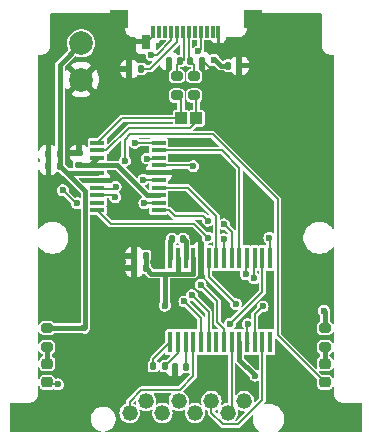
<source format=gbr>
%TF.GenerationSoftware,KiCad,Pcbnew,8.0.1*%
%TF.CreationDate,2024-04-03T17:06:29+11:00*%
%TF.ProjectId,DB9 RS232 Adapter,44423920-5253-4323-9332-204164617074,rev?*%
%TF.SameCoordinates,Original*%
%TF.FileFunction,Copper,L1,Top*%
%TF.FilePolarity,Positive*%
%FSLAX46Y46*%
G04 Gerber Fmt 4.6, Leading zero omitted, Abs format (unit mm)*
G04 Created by KiCad (PCBNEW 8.0.1) date 2024-04-03 17:06:29*
%MOMM*%
%LPD*%
G01*
G04 APERTURE LIST*
G04 Aperture macros list*
%AMRoundRect*
0 Rectangle with rounded corners*
0 $1 Rounding radius*
0 $2 $3 $4 $5 $6 $7 $8 $9 X,Y pos of 4 corners*
0 Add a 4 corners polygon primitive as box body*
4,1,4,$2,$3,$4,$5,$6,$7,$8,$9,$2,$3,0*
0 Add four circle primitives for the rounded corners*
1,1,$1+$1,$2,$3*
1,1,$1+$1,$4,$5*
1,1,$1+$1,$6,$7*
1,1,$1+$1,$8,$9*
0 Add four rect primitives between the rounded corners*
20,1,$1+$1,$2,$3,$4,$5,0*
20,1,$1+$1,$4,$5,$6,$7,0*
20,1,$1+$1,$6,$7,$8,$9,0*
20,1,$1+$1,$8,$9,$2,$3,0*%
G04 Aperture macros list end*
%TA.AperFunction,SMDPad,CuDef*%
%ADD10R,0.450000X1.800000*%
%TD*%
%TA.AperFunction,SMDPad,CuDef*%
%ADD11R,1.000000X1.000000*%
%TD*%
%TA.AperFunction,SMDPad,CuDef*%
%ADD12RoundRect,0.218750X0.256250X-0.218750X0.256250X0.218750X-0.256250X0.218750X-0.256250X-0.218750X0*%
%TD*%
%TA.AperFunction,SMDPad,CuDef*%
%ADD13RoundRect,0.140000X0.170000X-0.140000X0.170000X0.140000X-0.170000X0.140000X-0.170000X-0.140000X0*%
%TD*%
%TA.AperFunction,SMDPad,CuDef*%
%ADD14RoundRect,0.140000X0.140000X0.170000X-0.140000X0.170000X-0.140000X-0.170000X0.140000X-0.170000X0*%
%TD*%
%TA.AperFunction,SMDPad,CuDef*%
%ADD15RoundRect,0.200000X-0.275000X0.200000X-0.275000X-0.200000X0.275000X-0.200000X0.275000X0.200000X0*%
%TD*%
%TA.AperFunction,SMDPad,CuDef*%
%ADD16C,2.000000*%
%TD*%
%TA.AperFunction,SMDPad,CuDef*%
%ADD17RoundRect,0.140000X-0.140000X-0.170000X0.140000X-0.170000X0.140000X0.170000X-0.140000X0.170000X0*%
%TD*%
%TA.AperFunction,SMDPad,CuDef*%
%ADD18RoundRect,0.200000X0.275000X-0.200000X0.275000X0.200000X-0.275000X0.200000X-0.275000X-0.200000X0*%
%TD*%
%TA.AperFunction,SMDPad,CuDef*%
%ADD19R,1.500000X1.500000*%
%TD*%
%TA.AperFunction,SMDPad,CuDef*%
%ADD20RoundRect,0.135000X0.135000X0.185000X-0.135000X0.185000X-0.135000X-0.185000X0.135000X-0.185000X0*%
%TD*%
%TA.AperFunction,SMDPad,CuDef*%
%ADD21R,0.300000X1.000000*%
%TD*%
%TA.AperFunction,SMDPad,CuDef*%
%ADD22R,0.700000X1.150000*%
%TD*%
%TA.AperFunction,ComponentPad*%
%ADD23C,1.320800*%
%TD*%
%TA.AperFunction,ComponentPad*%
%ADD24O,3.750000X1.490600*%
%TD*%
%TA.AperFunction,SMDPad,CuDef*%
%ADD25R,1.200000X0.400000*%
%TD*%
%TA.AperFunction,ViaPad*%
%ADD26C,0.600000*%
%TD*%
%TA.AperFunction,Conductor*%
%ADD27C,0.200000*%
%TD*%
%TA.AperFunction,Conductor*%
%ADD28C,0.400000*%
%TD*%
%TA.AperFunction,Conductor*%
%ADD29C,0.127000*%
%TD*%
G04 APERTURE END LIST*
D10*
%TO.P,IC1,1,T3OUT*%
%TO.N,DTR*%
X239755000Y-93450000D03*
%TO.P,IC1,2,T1OUT*%
%TO.N,RTS*%
X239105000Y-93450000D03*
%TO.P,IC1,3,T2OUT*%
%TO.N,TX*%
X238455000Y-93450000D03*
%TO.P,IC1,4,R2IN*%
%TO.N,CTS*%
X237805000Y-93450000D03*
%TO.P,IC1,5,R2OUT*%
%TO.N,~{CTS}*%
X237155000Y-93450000D03*
%TO.P,IC1,6,T2IN*%
%TO.N,~{DTR}*%
X236505000Y-93450000D03*
%TO.P,IC1,7,T1IN*%
%TO.N,TXD*%
X235855000Y-93450000D03*
%TO.P,IC1,8,R1OUT*%
%TO.N,RXD*%
X235205000Y-93450000D03*
%TO.P,IC1,9,R1IN*%
%TO.N,DCD*%
X234555000Y-93450000D03*
%TO.P,IC1,10,GND*%
%TO.N,Earth*%
X233905000Y-93450000D03*
%TO.P,IC1,11,VCC*%
%TO.N,VCC*%
X233255000Y-93450000D03*
%TO.P,IC1,12,C1+*%
%TO.N,Net-(IC1-C1+)*%
X232605000Y-93450000D03*
%TO.P,IC1,13,V+*%
%TO.N,VCC*%
X231955000Y-93450000D03*
%TO.P,IC1,14,C1-*%
%TO.N,Net-(IC1-C1-)*%
X231305000Y-93450000D03*
%TO.P,IC1,15,C2+*%
%TO.N,Net-(IC1-C2+)*%
X231305000Y-100550000D03*
%TO.P,IC1,16,C2-*%
%TO.N,Net-(IC1-C2-)*%
X231955000Y-100550000D03*
%TO.P,IC1,17,V-*%
%TO.N,Net-(IC1-V-)*%
X232605000Y-100550000D03*
%TO.P,IC1,18,R5IN*%
%TO.N,RI*%
X233255000Y-100550000D03*
%TO.P,IC1,19,R5OUT*%
%TO.N,~{DCD}*%
X233905000Y-100550000D03*
%TO.P,IC1,20,T3IN*%
%TO.N,~{RTS}*%
X234555000Y-100550000D03*
%TO.P,IC1,21,T4IN*%
%TO.N,unconnected-(IC1-T4IN-Pad21)*%
X235205000Y-100550000D03*
%TO.P,IC1,22,R4OUT*%
%TO.N,~{RI}*%
X235855000Y-100550000D03*
%TO.P,IC1,23,R4IN*%
%TO.N,DSR*%
X236505000Y-100550000D03*
%TO.P,IC1,24,EN*%
%TO.N,VCC*%
X237155000Y-100550000D03*
%TO.P,IC1,25,~{SHUTDOWN_(}SD)*%
%TO.N,SLEEP#*%
X237805000Y-100550000D03*
%TO.P,IC1,26,R3OUT*%
%TO.N,~{DSR}*%
X238455000Y-100550000D03*
%TO.P,IC1,27,R3IN*%
%TO.N,RX*%
X239105000Y-100550000D03*
%TO.P,IC1,28,T4OUT*%
%TO.N,unconnected-(IC1-T4OUT-Pad28)*%
X239755000Y-100550000D03*
%TD*%
D11*
%TO.P,TP3,1,1*%
%TO.N,/D+*%
X232220000Y-81590000D03*
%TD*%
D12*
%TO.P,D2,1,K*%
%TO.N,Net-(D2-K)*%
X220907500Y-103937500D03*
%TO.P,D2,2,A*%
%TO.N,Net-(D2-A)*%
X220907500Y-102362500D03*
%TD*%
D11*
%TO.P,TP2,1,1*%
%TO.N,/D-*%
X233520000Y-81590000D03*
%TD*%
D13*
%TO.P,C6,1*%
%TO.N,3V3OUT*%
X223610000Y-85520000D03*
%TO.P,C6,2*%
%TO.N,Earth*%
X223610000Y-84560000D03*
%TD*%
D14*
%TO.P,C4,1*%
%TO.N,/D+*%
X232160000Y-76750000D03*
%TO.P,C4,2*%
%TO.N,Earth*%
X231200000Y-76750000D03*
%TD*%
%TO.P,C7,1*%
%TO.N,VCC*%
X229230000Y-94260000D03*
%TO.P,C7,2*%
%TO.N,Earth*%
X228270000Y-94260000D03*
%TD*%
D15*
%TO.P,R3,1*%
%TO.N,VCC*%
X220900000Y-99325000D03*
%TO.P,R3,2*%
%TO.N,Net-(D2-A)*%
X220900000Y-100975000D03*
%TD*%
D16*
%TO.P,TP4,1,1*%
%TO.N,Earth*%
X223770000Y-78310000D03*
%TD*%
D15*
%TO.P,R4,1*%
%TO.N,/D-*%
X233340000Y-78005000D03*
%TO.P,R4,2*%
X233340000Y-79655000D03*
%TD*%
D17*
%TO.P,C5,1*%
%TO.N,/D-*%
X233020000Y-76750000D03*
%TO.P,C5,2*%
%TO.N,Earth*%
X233980000Y-76750000D03*
%TD*%
D14*
%TO.P,C8,1*%
%TO.N,VCC*%
X229230000Y-93210000D03*
%TO.P,C8,2*%
%TO.N,Earth*%
X228270000Y-93210000D03*
%TD*%
%TO.P,C9,1*%
%TO.N,Net-(IC1-V-)*%
X232680000Y-102670000D03*
%TO.P,C9,2*%
%TO.N,Earth*%
X231720000Y-102670000D03*
%TD*%
D18*
%TO.P,R5,1*%
%TO.N,/D+*%
X231860000Y-79655000D03*
%TO.P,R5,2*%
X231860000Y-78005000D03*
%TD*%
D14*
%TO.P,C11,1*%
%TO.N,Net-(IC1-C2-)*%
X230850000Y-102590000D03*
%TO.P,C11,2*%
%TO.N,Net-(IC1-C2+)*%
X229890000Y-102590000D03*
%TD*%
D15*
%TO.P,R2,1*%
%TO.N,VCC*%
X244400000Y-99325000D03*
%TO.P,R2,2*%
%TO.N,Net-(D1-A)*%
X244400000Y-100975000D03*
%TD*%
D19*
%TO.P,TP3,1*%
%TO.N,Earth*%
X238340000Y-73210000D03*
%TD*%
%TO.P,TP1,1*%
%TO.N,Earth*%
X226940000Y-73210000D03*
%TD*%
D20*
%TO.P,R1,1*%
%TO.N,Net-(P1-CC)*%
X228870000Y-77390000D03*
%TO.P,R1,2*%
%TO.N,Earth*%
X227850000Y-77390000D03*
%TD*%
D21*
%TO.P,P1,A1,GND*%
%TO.N,Earth*%
X229890000Y-74250000D03*
%TO.P,P1,A2*%
%TO.N,N/C*%
X230390000Y-74250000D03*
%TO.P,P1,A3*%
X230890000Y-74250000D03*
%TO.P,P1,A4,VBUS*%
%TO.N,VCC*%
X231390000Y-74250000D03*
%TO.P,P1,A5,CC*%
%TO.N,Net-(P1-CC)*%
X231890000Y-74250000D03*
%TO.P,P1,A6,D+*%
%TO.N,/D+*%
X232390000Y-74250000D03*
%TO.P,P1,A7,D-*%
%TO.N,/D-*%
X232890000Y-74250000D03*
%TO.P,P1,A8*%
%TO.N,N/C*%
X233390000Y-74250000D03*
%TO.P,P1,A9,VBUS*%
%TO.N,VCC*%
X233890000Y-74250000D03*
%TO.P,P1,A10*%
%TO.N,N/C*%
X234390000Y-74250000D03*
%TO.P,P1,A11*%
X234890000Y-74250000D03*
%TO.P,P1,A12,GND*%
%TO.N,Earth*%
X235390000Y-74250000D03*
D22*
%TO.P,P1,S1,SHIELD*%
X229220000Y-75090000D03*
%TD*%
D23*
%TO.P,J1,1,1*%
%TO.N,DCD*%
X237569999Y-105542999D03*
%TO.P,J1,2,2*%
%TO.N,RX*%
X234800000Y-105542999D03*
%TO.P,J1,3,3*%
%TO.N,TX*%
X232030000Y-105542999D03*
%TO.P,J1,4,4*%
%TO.N,DTR*%
X229260000Y-105542999D03*
%TO.P,J1,5,5*%
%TO.N,Earth*%
X226490001Y-105542999D03*
%TO.P,J1,6,6*%
%TO.N,DSR*%
X236185001Y-106543000D03*
%TO.P,J1,7,7*%
%TO.N,RTS*%
X233415001Y-106543000D03*
%TO.P,J1,8,8*%
%TO.N,CTS*%
X230645001Y-106543000D03*
%TO.P,J1,9,9*%
%TO.N,RI*%
X227875002Y-106543000D03*
D24*
%TO.P,J1,10,5*%
%TO.N,Earth*%
X245125000Y-107243000D03*
%TO.P,J1,11,5*%
X220135000Y-107243000D03*
%TD*%
D14*
%TO.P,C10,1*%
%TO.N,Net-(IC1-C1+)*%
X232420000Y-91820000D03*
%TO.P,C10,2*%
%TO.N,Net-(IC1-C1-)*%
X231460000Y-91820000D03*
%TD*%
D25*
%TO.P,U1,1,~{DTR}*%
%TO.N,~{DTR}*%
X230332500Y-89377500D03*
%TO.P,U1,2,~{RTS}*%
%TO.N,~{RTS}*%
X230332500Y-88742500D03*
%TO.P,U1,3,VCCIO*%
%TO.N,3V3OUT*%
X230332500Y-88107500D03*
%TO.P,U1,4,RXD*%
%TO.N,RXD*%
X230332500Y-87472500D03*
%TO.P,U1,5,~{RI}*%
%TO.N,~{RI}*%
X230332500Y-86837500D03*
%TO.P,U1,6,GND*%
%TO.N,Earth*%
X230332500Y-86202500D03*
%TO.P,U1,7,~{DSR}*%
%TO.N,~{DSR}*%
X230332500Y-85567500D03*
%TO.P,U1,8,~{DCD}*%
%TO.N,~{DCD}*%
X230332500Y-84932500D03*
%TO.P,U1,9,~{CTS}*%
%TO.N,~{CTS}*%
X230332500Y-84297500D03*
%TO.P,U1,10,CBUS2*%
%TO.N,Net-(D2-K)*%
X230332500Y-83662500D03*
%TO.P,U1,11,USBDP*%
%TO.N,/D+*%
X225132500Y-83662500D03*
%TO.P,U1,12,USBDM*%
%TO.N,/D-*%
X225132500Y-84297500D03*
%TO.P,U1,13,3V3OUT*%
%TO.N,3V3OUT*%
X225132500Y-84932500D03*
%TO.P,U1,14,~{RESET}*%
X225132500Y-85567500D03*
%TO.P,U1,15,VCC*%
%TO.N,VCC*%
X225132500Y-86202500D03*
%TO.P,U1,16,GND*%
%TO.N,Earth*%
X225132500Y-86837500D03*
%TO.P,U1,17,CBUS1*%
%TO.N,Net-(D1-K)*%
X225132500Y-87472500D03*
%TO.P,U1,18,CBUS0*%
%TO.N,SLEEP#*%
X225132500Y-88107500D03*
%TO.P,U1,19,CBUS3*%
%TO.N,unconnected-(U1-CBUS3-Pad19)*%
X225132500Y-88742500D03*
%TO.P,U1,20,TXD*%
%TO.N,TXD*%
X225132500Y-89377500D03*
%TD*%
D17*
%TO.P,C3,1*%
%TO.N,VCC*%
X236200000Y-77120000D03*
%TO.P,C3,2*%
%TO.N,Earth*%
X237160000Y-77120000D03*
%TD*%
D14*
%TO.P,C2,1*%
%TO.N,VCC*%
X221960000Y-84610000D03*
%TO.P,C2,2*%
%TO.N,Earth*%
X221000000Y-84610000D03*
%TD*%
%TO.P,C1,1*%
%TO.N,VCC*%
X221960000Y-85600000D03*
%TO.P,C1,2*%
%TO.N,Earth*%
X221000000Y-85600000D03*
%TD*%
D12*
%TO.P,D1,1,K*%
%TO.N,Net-(D1-K)*%
X244390000Y-103937500D03*
%TO.P,D1,2,A*%
%TO.N,Net-(D1-A)*%
X244390000Y-102362500D03*
%TD*%
D16*
%TO.P,TP1,1,1*%
%TO.N,VCC*%
X223770000Y-75240000D03*
%TD*%
D26*
%TO.N,Earth*%
X226890000Y-79150000D03*
X241820000Y-105120000D03*
X242020000Y-107440000D03*
X223320000Y-81580000D03*
X223550000Y-107410000D03*
X220970000Y-77900000D03*
X223780000Y-78420000D03*
X223300000Y-105250000D03*
X220850000Y-87230000D03*
X229950000Y-103680000D03*
X226460000Y-75130000D03*
X221120000Y-95830000D03*
X225760000Y-100910000D03*
X237520000Y-82670000D03*
X235180000Y-103210000D03*
X236240000Y-98080000D03*
X225930000Y-94040000D03*
X227680000Y-89050000D03*
X242300000Y-77730000D03*
X234160000Y-87070000D03*
X232110000Y-107460000D03*
X229350000Y-107590000D03*
%TO.N,VCC*%
X244310000Y-97875000D03*
X233665000Y-75925000D03*
X229720000Y-76240000D03*
X235010000Y-76640000D03*
X223770000Y-75240000D03*
X230860000Y-97450000D03*
X224045000Y-99325000D03*
X238505000Y-103380000D03*
%TO.N,Net-(D1-K)*%
X227480000Y-85190000D03*
X226680000Y-87390000D03*
%TO.N,Net-(D2-K)*%
X228302500Y-83662500D03*
X221800000Y-104110000D03*
%TO.N,SLEEP#*%
X237855000Y-99000000D03*
X222210000Y-87670000D03*
X223432500Y-88790000D03*
X226640000Y-88270000D03*
%TO.N,CTS*%
X237694679Y-94779937D03*
%TO.N,~{RI}*%
X233880000Y-95670000D03*
X229040000Y-86780000D03*
%TO.N,DTR*%
X239695000Y-91715000D03*
%TO.N,~{DTR}*%
X235860000Y-90570000D03*
X234510000Y-90250000D03*
%TO.N,~{RTS}*%
X229110000Y-88770000D03*
X233140000Y-96570000D03*
%TO.N,~{DSR}*%
X239130000Y-97520000D03*
X233240000Y-85650000D03*
%TO.N,TX*%
X238411306Y-95135534D03*
%TO.N,RTS*%
X236380000Y-98990000D03*
%TO.N,~{DCD}*%
X232500000Y-97100000D03*
X229340000Y-85000000D03*
%TO.N,DCD*%
X236860000Y-97310000D03*
%TO.N,TXD*%
X235855000Y-91810000D03*
X234510735Y-91699265D03*
%TD*%
D27*
%TO.N,Earth*%
X233980000Y-76750000D02*
X234080000Y-76750000D01*
X229385788Y-75090000D02*
X229801011Y-74674777D01*
D28*
X223770000Y-78310000D02*
X223770000Y-78410000D01*
D27*
X229220000Y-75090000D02*
X229385788Y-75090000D01*
X234080000Y-76750000D02*
X235030000Y-77700000D01*
D28*
X223770000Y-78410000D02*
X223780000Y-78420000D01*
D27*
%TO.N,VCC*%
X235110000Y-76640000D02*
X235010000Y-76640000D01*
D28*
X222562500Y-86202500D02*
X221960000Y-85600000D01*
D27*
X231390000Y-75000000D02*
X231390000Y-74250000D01*
D28*
X221960000Y-77050000D02*
X221960000Y-84610000D01*
X231980000Y-94750000D02*
X233230000Y-94750000D01*
X235590000Y-77120000D02*
X235110000Y-76640000D01*
X237155000Y-102030000D02*
X238372500Y-103247500D01*
X233255000Y-94725000D02*
X233255000Y-93450000D01*
X224167500Y-86202500D02*
X224132500Y-86237500D01*
X244400000Y-97965000D02*
X244400000Y-99325000D01*
D27*
X238372500Y-103247500D02*
X238505000Y-103380000D01*
D28*
X244310000Y-97875000D02*
X244400000Y-97965000D01*
X224045000Y-99325000D02*
X220900000Y-99325000D01*
X230860000Y-94850000D02*
X230860000Y-97450000D01*
X224132500Y-99237500D02*
X224132500Y-87772500D01*
X224045000Y-99325000D02*
X224132500Y-99237500D01*
X231980000Y-94750000D02*
X229720000Y-94750000D01*
X236200000Y-77120000D02*
X235590000Y-77120000D01*
D27*
X230150000Y-76240000D02*
X231390000Y-75000000D01*
D28*
X225132500Y-86202500D02*
X224167500Y-86202500D01*
X225132500Y-86202500D02*
X222562500Y-86202500D01*
X221960000Y-85600000D02*
X221960000Y-84610000D01*
D27*
X233665000Y-75925000D02*
X233890000Y-75700000D01*
D28*
X229720000Y-94750000D02*
X229230000Y-94260000D01*
X230760000Y-94750000D02*
X230860000Y-94850000D01*
D27*
X233890000Y-75700000D02*
X233890000Y-74250000D01*
D28*
X237155000Y-100550000D02*
X237155000Y-102030000D01*
X231955000Y-94725000D02*
X231980000Y-94750000D01*
X229230000Y-93210000D02*
X229230000Y-94260000D01*
X231955000Y-93450000D02*
X231955000Y-94725000D01*
D27*
X229720000Y-76240000D02*
X230150000Y-76240000D01*
D28*
X233230000Y-94750000D02*
X233255000Y-94725000D01*
X223770000Y-75240000D02*
X221960000Y-77050000D01*
X224132500Y-87772500D02*
X222562500Y-86202500D01*
D27*
%TO.N,/D+*%
X232220000Y-81590000D02*
X232220000Y-80015000D01*
X232320000Y-76750000D02*
X232160000Y-76750000D01*
X231860000Y-78005000D02*
X231860000Y-77050000D01*
X227205000Y-81590000D02*
X232220000Y-81590000D01*
X231860000Y-77050000D02*
X232160000Y-76750000D01*
X232390000Y-74250000D02*
X232440000Y-74300000D01*
X232440000Y-74300000D02*
X232440000Y-76630000D01*
X225132500Y-83662500D02*
X227205000Y-81590000D01*
X232220000Y-80015000D02*
X231860000Y-79655000D01*
X232440000Y-76630000D02*
X232320000Y-76750000D01*
%TO.N,/D-*%
X233340000Y-77070000D02*
X233020000Y-76750000D01*
X232890000Y-74250000D02*
X232890000Y-76620000D01*
X233340000Y-78005000D02*
X233340000Y-77070000D01*
X233010000Y-82400000D02*
X227795000Y-82400000D01*
X225897500Y-84297500D02*
X225132500Y-84297500D01*
X227795000Y-82400000D02*
X225897500Y-84297500D01*
X233520000Y-81590000D02*
X233520000Y-81890000D01*
X232890000Y-76620000D02*
X233020000Y-76750000D01*
X233520000Y-81590000D02*
X233520000Y-79835000D01*
X233520000Y-81890000D02*
X233010000Y-82400000D01*
X233520000Y-79835000D02*
X233340000Y-79655000D01*
D28*
%TO.N,3V3OUT*%
X229367500Y-88107500D02*
X230332500Y-88107500D01*
X223657500Y-85567500D02*
X223610000Y-85520000D01*
X224545000Y-85520000D02*
X225132500Y-84932500D01*
X223610000Y-85520000D02*
X224545000Y-85520000D01*
X225132500Y-85567500D02*
X223657500Y-85567500D01*
X226827500Y-85567500D02*
X229367500Y-88107500D01*
X225132500Y-85567500D02*
X226827500Y-85567500D01*
D27*
%TO.N,Net-(IC1-V-)*%
X232605000Y-102595000D02*
X232680000Y-102670000D01*
X232605000Y-100550000D02*
X232605000Y-102595000D01*
D28*
%TO.N,Net-(IC1-C1+)*%
X232605000Y-92005000D02*
X232420000Y-91820000D01*
X232605000Y-93450000D02*
X232605000Y-92005000D01*
%TO.N,Net-(IC1-C1-)*%
X231305000Y-93450000D02*
X231305000Y-91975000D01*
X231305000Y-91975000D02*
X231460000Y-91820000D01*
D27*
%TO.N,Net-(IC1-C2-)*%
X231955000Y-101485000D02*
X230850000Y-102590000D01*
X231955000Y-100550000D02*
X231955000Y-101485000D01*
%TO.N,Net-(IC1-C2+)*%
X231305000Y-100550000D02*
X229890000Y-101965000D01*
X229890000Y-101965000D02*
X229890000Y-102590000D01*
D28*
%TO.N,Net-(D1-A)*%
X244390000Y-100985000D02*
X244400000Y-100975000D01*
X244390000Y-102362500D02*
X244390000Y-100985000D01*
D27*
%TO.N,Net-(D1-K)*%
X225220000Y-87560000D02*
X225132500Y-87472500D01*
X240400000Y-88454315D02*
X234895685Y-82950000D01*
X240400000Y-99947500D02*
X240400000Y-88454315D01*
X244390000Y-103937500D02*
X240400000Y-99947500D01*
X227480000Y-83411471D02*
X227480000Y-85230000D01*
X234895685Y-82950000D02*
X227941471Y-82950000D01*
X226680000Y-87390000D02*
X226510000Y-87560000D01*
X227941471Y-82950000D02*
X227480000Y-83411471D01*
X226510000Y-87560000D02*
X225220000Y-87560000D01*
X227480000Y-85230000D02*
X227480000Y-85190000D01*
X227480000Y-85190000D02*
X227490000Y-85180000D01*
D28*
%TO.N,Net-(D2-A)*%
X220907500Y-100982500D02*
X220900000Y-100975000D01*
X220907500Y-102362500D02*
X220907500Y-100982500D01*
D27*
%TO.N,Net-(D2-K)*%
X221800000Y-104110000D02*
X221080000Y-104110000D01*
X228302500Y-83662500D02*
X230332500Y-83662500D01*
X221080000Y-104110000D02*
X220907500Y-103937500D01*
D29*
%TO.N,SLEEP#*%
X226477500Y-88107500D02*
X225132500Y-88107500D01*
X237805000Y-99050000D02*
X237805000Y-100550000D01*
X223310000Y-88790000D02*
X223410000Y-88790000D01*
D27*
X222190000Y-87670000D02*
X222210000Y-87670000D01*
D29*
X226640000Y-88270000D02*
X226477500Y-88107500D01*
X237855000Y-99000000D02*
X237805000Y-99050000D01*
X237966500Y-100711500D02*
X237805000Y-100550000D01*
X223410000Y-88790000D02*
X223432500Y-88790000D01*
X222190000Y-87670000D02*
X223310000Y-88790000D01*
D27*
%TO.N,RX*%
X239105000Y-105415000D02*
X239105000Y-100550000D01*
X237016600Y-107503400D02*
X239105000Y-105415000D01*
X234800000Y-106516210D02*
X235787190Y-107503400D01*
X235787190Y-107503400D02*
X237016600Y-107503400D01*
X234800000Y-105542999D02*
X234800000Y-106516210D01*
%TO.N,CTS*%
X237694679Y-93560321D02*
X237805000Y-93450000D01*
X237694679Y-94779937D02*
X237694679Y-93560321D01*
%TO.N,~{RI}*%
X229040000Y-86780000D02*
X230275000Y-86780000D01*
X233880000Y-95670000D02*
X235280000Y-97070000D01*
X235855000Y-99450000D02*
X235855000Y-100550000D01*
X235280000Y-97070000D02*
X235280000Y-98875000D01*
X230275000Y-86780000D02*
X230332500Y-86837500D01*
X235280000Y-98875000D02*
X235855000Y-99450000D01*
%TO.N,DTR*%
X239695000Y-91715000D02*
X239755000Y-91775000D01*
X239755000Y-91775000D02*
X239755000Y-93450000D01*
%TO.N,~{DTR}*%
X234120000Y-89860000D02*
X231670000Y-89860000D01*
X236505000Y-93450000D02*
X236505000Y-91215000D01*
X234510000Y-90250000D02*
X234120000Y-89860000D01*
X230332500Y-89377500D02*
X231187500Y-89377500D01*
X236505000Y-91215000D02*
X235860000Y-90570000D01*
X231187500Y-89377500D02*
X231670000Y-89860000D01*
%TO.N,~{RTS}*%
X234555000Y-97985000D02*
X234555000Y-100550000D01*
X233140000Y-96570000D02*
X234555000Y-97985000D01*
X230305000Y-88770000D02*
X230332500Y-88742500D01*
X229110000Y-88770000D02*
X230305000Y-88770000D01*
%TO.N,~{DSR}*%
X233157500Y-85567500D02*
X233240000Y-85650000D01*
X230332500Y-85567500D02*
X233157500Y-85567500D01*
X238455000Y-98195000D02*
X239130000Y-97520000D01*
X238455000Y-100550000D02*
X238455000Y-98195000D01*
%TO.N,TX*%
X238411306Y-95135534D02*
X238380000Y-95104228D01*
X238380000Y-95104228D02*
X238380000Y-93525000D01*
X238380000Y-93525000D02*
X238455000Y-93450000D01*
%TO.N,RTS*%
X239110000Y-96260000D02*
X239110000Y-93455000D01*
X239110000Y-93455000D02*
X239105000Y-93450000D01*
X236380000Y-98990000D02*
X239110000Y-96260000D01*
%TO.N,DSR*%
X236505000Y-106223001D02*
X236505000Y-100550000D01*
X236185001Y-106543000D02*
X236505000Y-106223001D01*
%TO.N,~{DCD}*%
X229340000Y-85000000D02*
X230265000Y-85000000D01*
X230265000Y-85000000D02*
X230332500Y-84932500D01*
X233905000Y-98505000D02*
X233905000Y-100550000D01*
X232500000Y-97100000D02*
X233905000Y-98505000D01*
%TO.N,DCD*%
X234555000Y-95005000D02*
X234555000Y-93450000D01*
X236860000Y-97310000D02*
X234555000Y-95005000D01*
%TO.N,RXD*%
X235205000Y-93450000D02*
X235205000Y-89875000D01*
X232802500Y-87472500D02*
X230332500Y-87472500D01*
X235205000Y-89875000D02*
X232802500Y-87472500D01*
%TO.N,RI*%
X233255000Y-100550000D02*
X233255000Y-103435000D01*
X233255000Y-103435000D02*
X232107401Y-104582599D01*
X228862189Y-104582599D02*
X227875002Y-105569786D01*
X232107401Y-104582599D02*
X228862189Y-104582599D01*
X227875002Y-105569786D02*
X227875002Y-106543000D01*
%TO.N,~{CTS}*%
X237155000Y-85775000D02*
X235677500Y-84297500D01*
X237155000Y-93450000D02*
X237155000Y-85775000D01*
X235677500Y-84297500D02*
X230332500Y-84297500D01*
%TO.N,TXD*%
X226275000Y-90520000D02*
X225132500Y-89377500D01*
X235855000Y-93450000D02*
X235855000Y-91810000D01*
X235805000Y-91760000D02*
X235855000Y-91810000D01*
X233331470Y-90520000D02*
X226275000Y-90520000D01*
X234510735Y-91699265D02*
X233331470Y-90520000D01*
%TO.N,Net-(P1-CC)*%
X229623866Y-77390000D02*
X228870000Y-77390000D01*
X231890000Y-75123866D02*
X229623866Y-77390000D01*
X231890000Y-74250000D02*
X231890000Y-75123866D01*
%TD*%
%TA.AperFunction,Conductor*%
%TO.N,Earth*%
G36*
X225122381Y-89792352D02*
G01*
X226034540Y-90704511D01*
X226090489Y-90760460D01*
X226159011Y-90800021D01*
X226194478Y-90809524D01*
X226235436Y-90820500D01*
X226235438Y-90820500D01*
X233186703Y-90820500D01*
X233221351Y-90834852D01*
X233997885Y-91611386D01*
X234012237Y-91646034D01*
X234011738Y-91653007D01*
X234005088Y-91699263D01*
X234005088Y-91699267D01*
X234025568Y-91841719D01*
X234032756Y-91857457D01*
X234085358Y-91972638D01*
X234085359Y-91972639D01*
X234085360Y-91972641D01*
X234118032Y-92010346D01*
X234130000Y-92042434D01*
X234130000Y-92522913D01*
X234129516Y-92527836D01*
X234129736Y-92527858D01*
X234129500Y-92530253D01*
X234129500Y-94369749D01*
X234129736Y-94372145D01*
X234129512Y-94372167D01*
X234130000Y-94377088D01*
X234130000Y-94850000D01*
X234177833Y-94850000D01*
X234200261Y-94847588D01*
X234236245Y-94858153D01*
X234254219Y-94891068D01*
X234254500Y-94896307D01*
X234254500Y-95044563D01*
X234274978Y-95120987D01*
X234274979Y-95120991D01*
X234283373Y-95135529D01*
X234283376Y-95135533D01*
X234283377Y-95135534D01*
X234292018Y-95150501D01*
X234314537Y-95189507D01*
X234314542Y-95189513D01*
X236347150Y-97222121D01*
X236361502Y-97256769D01*
X236361003Y-97263742D01*
X236354353Y-97309998D01*
X236354353Y-97310002D01*
X236374833Y-97452454D01*
X236388392Y-97482143D01*
X236434623Y-97583373D01*
X236434624Y-97583374D01*
X236434625Y-97583376D01*
X236503149Y-97662457D01*
X236528872Y-97692143D01*
X236649947Y-97769953D01*
X236699126Y-97784393D01*
X236788034Y-97810499D01*
X236788037Y-97810499D01*
X236788039Y-97810500D01*
X236788040Y-97810500D01*
X236931960Y-97810500D01*
X236931961Y-97810500D01*
X236931963Y-97810499D01*
X236931965Y-97810499D01*
X237034528Y-97780384D01*
X237071816Y-97784393D01*
X237095348Y-97813594D01*
X237091339Y-97850882D01*
X237082981Y-97862047D01*
X236469880Y-98475148D01*
X236435232Y-98489500D01*
X236308034Y-98489500D01*
X236169949Y-98530046D01*
X236048871Y-98607857D01*
X235954625Y-98716623D01*
X235954624Y-98716625D01*
X235954623Y-98716626D01*
X235954623Y-98716627D01*
X235951027Y-98724501D01*
X235894834Y-98847544D01*
X235881447Y-98940653D01*
X235862311Y-98972906D01*
X235825972Y-98982180D01*
X235798298Y-98968327D01*
X235594852Y-98764881D01*
X235580500Y-98730233D01*
X235580500Y-97030436D01*
X235571843Y-96998134D01*
X235560021Y-96954011D01*
X235560020Y-96954009D01*
X235560020Y-96954008D01*
X235520459Y-96885488D01*
X234392848Y-95757877D01*
X234378496Y-95723229D01*
X234378993Y-95716270D01*
X234385647Y-95670000D01*
X234385647Y-95669997D01*
X234365166Y-95527545D01*
X234360091Y-95516433D01*
X234305377Y-95396627D01*
X234211128Y-95287857D01*
X234090053Y-95210047D01*
X234090050Y-95210046D01*
X233951965Y-95169500D01*
X233951961Y-95169500D01*
X233808039Y-95169500D01*
X233808034Y-95169500D01*
X233669949Y-95210046D01*
X233548871Y-95287857D01*
X233454625Y-95396623D01*
X233454624Y-95396625D01*
X233394833Y-95527545D01*
X233374353Y-95669997D01*
X233374353Y-95670002D01*
X233394833Y-95812454D01*
X233426935Y-95882746D01*
X233454623Y-95943373D01*
X233454624Y-95943374D01*
X233454625Y-95943376D01*
X233548871Y-96052142D01*
X233548872Y-96052143D01*
X233669947Y-96129953D01*
X233737813Y-96149880D01*
X233808034Y-96170499D01*
X233808037Y-96170499D01*
X233808039Y-96170500D01*
X233808040Y-96170500D01*
X233935233Y-96170500D01*
X233969881Y-96184852D01*
X234965148Y-97180119D01*
X234979500Y-97214767D01*
X234979500Y-98914563D01*
X234999979Y-98990989D01*
X234999979Y-98990991D01*
X235022249Y-99029562D01*
X235039540Y-99059511D01*
X235345881Y-99365852D01*
X235360233Y-99400500D01*
X235345881Y-99435148D01*
X235311233Y-99449500D01*
X234960252Y-99449500D01*
X234941151Y-99453299D01*
X234914058Y-99458688D01*
X234877276Y-99451370D01*
X234856441Y-99420187D01*
X234855500Y-99410629D01*
X234855500Y-97945436D01*
X234843899Y-97902143D01*
X234835021Y-97869011D01*
X234835020Y-97869009D01*
X234835020Y-97869008D01*
X234795459Y-97800488D01*
X233652848Y-96657877D01*
X233638496Y-96623229D01*
X233638993Y-96616270D01*
X233645647Y-96570000D01*
X233625165Y-96427543D01*
X233565377Y-96296627D01*
X233471128Y-96187857D01*
X233350053Y-96110047D01*
X233350050Y-96110046D01*
X233211965Y-96069500D01*
X233211961Y-96069500D01*
X233068039Y-96069500D01*
X233068034Y-96069500D01*
X232929949Y-96110046D01*
X232808871Y-96187857D01*
X232714625Y-96296623D01*
X232714624Y-96296625D01*
X232654835Y-96427543D01*
X232654833Y-96427544D01*
X232635803Y-96559908D01*
X232616667Y-96592162D01*
X232580329Y-96601436D01*
X232573501Y-96599951D01*
X232571968Y-96599501D01*
X232571961Y-96599500D01*
X232428039Y-96599500D01*
X232428034Y-96599500D01*
X232289949Y-96640046D01*
X232289947Y-96640046D01*
X232289947Y-96640047D01*
X232262203Y-96657877D01*
X232168871Y-96717857D01*
X232074625Y-96826623D01*
X232074624Y-96826625D01*
X232014833Y-96957545D01*
X231994353Y-97099997D01*
X231994353Y-97100002D01*
X232014833Y-97242454D01*
X232044226Y-97306814D01*
X232074623Y-97373373D01*
X232074624Y-97373374D01*
X232074625Y-97373376D01*
X232143149Y-97452457D01*
X232168872Y-97482143D01*
X232289947Y-97559953D01*
X232366785Y-97582514D01*
X232428034Y-97600499D01*
X232428037Y-97600499D01*
X232428039Y-97600500D01*
X232428040Y-97600500D01*
X232555233Y-97600500D01*
X232589881Y-97614852D01*
X233590148Y-98615119D01*
X233604500Y-98649767D01*
X233604500Y-99410629D01*
X233590148Y-99445277D01*
X233555500Y-99459629D01*
X233545942Y-99458688D01*
X233518848Y-99453299D01*
X233499748Y-99449500D01*
X233010252Y-99449500D01*
X232986146Y-99454295D01*
X232951766Y-99461133D01*
X232948748Y-99462384D01*
X232911252Y-99462384D01*
X232908233Y-99461133D01*
X232884837Y-99456479D01*
X232849748Y-99449500D01*
X232360252Y-99449500D01*
X232336146Y-99454295D01*
X232301766Y-99461133D01*
X232298748Y-99462384D01*
X232261252Y-99462384D01*
X232258233Y-99461133D01*
X232234837Y-99456479D01*
X232199748Y-99449500D01*
X231710252Y-99449500D01*
X231686146Y-99454295D01*
X231651766Y-99461133D01*
X231648748Y-99462384D01*
X231611252Y-99462384D01*
X231608233Y-99461133D01*
X231584837Y-99456479D01*
X231549748Y-99449500D01*
X231060252Y-99449500D01*
X231005499Y-99460391D01*
X231001769Y-99461133D01*
X230935447Y-99505447D01*
X230901323Y-99556519D01*
X230891133Y-99571769D01*
X230879500Y-99630252D01*
X230879500Y-99630255D01*
X230879500Y-100530233D01*
X230865148Y-100564881D01*
X229649541Y-101780488D01*
X229649540Y-101780488D01*
X229609979Y-101849008D01*
X229609979Y-101849010D01*
X229589500Y-101925436D01*
X229589500Y-102087925D01*
X229575148Y-102122573D01*
X229561211Y-102132333D01*
X229551682Y-102136776D01*
X229466777Y-102221681D01*
X229466776Y-102221683D01*
X229416029Y-102330510D01*
X229416028Y-102330511D01*
X229416028Y-102330513D01*
X229410000Y-102376305D01*
X229409500Y-102380102D01*
X229409500Y-102799896D01*
X229409501Y-102799901D01*
X229416027Y-102849487D01*
X229466776Y-102958316D01*
X229466777Y-102958318D01*
X229551681Y-103043222D01*
X229551683Y-103043223D01*
X229551684Y-103043224D01*
X229660513Y-103093972D01*
X229710099Y-103100500D01*
X230069900Y-103100499D01*
X230119487Y-103093972D01*
X230228316Y-103043224D01*
X230313224Y-102958316D01*
X230325591Y-102931795D01*
X230353241Y-102906458D01*
X230390708Y-102908094D01*
X230414409Y-102931795D01*
X230426776Y-102958316D01*
X230426777Y-102958318D01*
X230511681Y-103043222D01*
X230511683Y-103043223D01*
X230511684Y-103043224D01*
X230620513Y-103093972D01*
X230670099Y-103100500D01*
X230962564Y-103100499D01*
X230997212Y-103114851D01*
X231004740Y-103124556D01*
X231070277Y-103235373D01*
X231070281Y-103235378D01*
X231184621Y-103349718D01*
X231184626Y-103349722D01*
X231323802Y-103432031D01*
X231469999Y-103474505D01*
X231470000Y-103474504D01*
X231470000Y-102469000D01*
X231484352Y-102434352D01*
X231519000Y-102420000D01*
X231921000Y-102420000D01*
X231955648Y-102434352D01*
X231970000Y-102469000D01*
X231970000Y-103474505D01*
X232116197Y-103432031D01*
X232255373Y-103349722D01*
X232255378Y-103349718D01*
X232369718Y-103235378D01*
X232393207Y-103195659D01*
X232423197Y-103173141D01*
X232446790Y-103173520D01*
X232446796Y-103173482D01*
X232447133Y-103173526D01*
X232449095Y-103173558D01*
X232450507Y-103173969D01*
X232450513Y-103173972D01*
X232500099Y-103180500D01*
X232859900Y-103180499D01*
X232899106Y-103175338D01*
X232935330Y-103185045D01*
X232954081Y-103217524D01*
X232954500Y-103223919D01*
X232954500Y-103290233D01*
X232940148Y-103324881D01*
X231997282Y-104267747D01*
X231962634Y-104282099D01*
X228822625Y-104282099D01*
X228746199Y-104302578D01*
X228746197Y-104302578D01*
X228677677Y-104342139D01*
X228677677Y-104342140D01*
X227634543Y-105385274D01*
X227634542Y-105385274D01*
X227594981Y-105453794D01*
X227594981Y-105453796D01*
X227574502Y-105530222D01*
X227574502Y-105702597D01*
X227560150Y-105737245D01*
X227545433Y-105747361D01*
X227506950Y-105764494D01*
X227442181Y-105793332D01*
X227442180Y-105793333D01*
X227295768Y-105899707D01*
X227174686Y-106034184D01*
X227174680Y-106034192D01*
X227084201Y-106190908D01*
X227084199Y-106190911D01*
X227028276Y-106363022D01*
X227026134Y-106383400D01*
X227009360Y-106543000D01*
X227028276Y-106722977D01*
X227084199Y-106895088D01*
X227174683Y-107051812D01*
X227174686Y-107051815D01*
X227295768Y-107186292D01*
X227295772Y-107186295D01*
X227295774Y-107186297D01*
X227442181Y-107292668D01*
X227607504Y-107366274D01*
X227784518Y-107403900D01*
X227965486Y-107403900D01*
X228142500Y-107366274D01*
X228307823Y-107292668D01*
X228454230Y-107186297D01*
X228575321Y-107051812D01*
X228665805Y-106895088D01*
X228721728Y-106722977D01*
X228740644Y-106543000D01*
X228721728Y-106363023D01*
X228705818Y-106314058D01*
X228708760Y-106276673D01*
X228737278Y-106252316D01*
X228774665Y-106255258D01*
X228781210Y-106259269D01*
X228827179Y-106292667D01*
X228992502Y-106366273D01*
X229169516Y-106403899D01*
X229350484Y-106403899D01*
X229527498Y-106366273D01*
X229692821Y-106292667D01*
X229738783Y-106259273D01*
X229775247Y-106250518D01*
X229807224Y-106270113D01*
X229815980Y-106306579D01*
X229814185Y-106314056D01*
X229798275Y-106363020D01*
X229796133Y-106383400D01*
X229779359Y-106543000D01*
X229798275Y-106722977D01*
X229854198Y-106895088D01*
X229944682Y-107051812D01*
X229944685Y-107051815D01*
X230065767Y-107186292D01*
X230065771Y-107186295D01*
X230065773Y-107186297D01*
X230212180Y-107292668D01*
X230377503Y-107366274D01*
X230554517Y-107403900D01*
X230735485Y-107403900D01*
X230912499Y-107366274D01*
X231077822Y-107292668D01*
X231224229Y-107186297D01*
X231345320Y-107051812D01*
X231435804Y-106895088D01*
X231491727Y-106722977D01*
X231510643Y-106543000D01*
X231491727Y-106363023D01*
X231475817Y-106314057D01*
X231478760Y-106276672D01*
X231507277Y-106252315D01*
X231544664Y-106255258D01*
X231551207Y-106259266D01*
X231597179Y-106292667D01*
X231762502Y-106366273D01*
X231939516Y-106403899D01*
X232120484Y-106403899D01*
X232297498Y-106366273D01*
X232462821Y-106292667D01*
X232508783Y-106259273D01*
X232545247Y-106250518D01*
X232577224Y-106270113D01*
X232585980Y-106306579D01*
X232584185Y-106314056D01*
X232568275Y-106363020D01*
X232566133Y-106383400D01*
X232549359Y-106543000D01*
X232568275Y-106722977D01*
X232624198Y-106895088D01*
X232714682Y-107051812D01*
X232714685Y-107051815D01*
X232835767Y-107186292D01*
X232835771Y-107186295D01*
X232835773Y-107186297D01*
X232982180Y-107292668D01*
X233147503Y-107366274D01*
X233324517Y-107403900D01*
X233505485Y-107403900D01*
X233682499Y-107366274D01*
X233847822Y-107292668D01*
X233994229Y-107186297D01*
X234115320Y-107051812D01*
X234205804Y-106895088D01*
X234261727Y-106722977D01*
X234280643Y-106543000D01*
X234261727Y-106363023D01*
X234245817Y-106314057D01*
X234248760Y-106276672D01*
X234277277Y-106252315D01*
X234314664Y-106255258D01*
X234321207Y-106259266D01*
X234367179Y-106292667D01*
X234470430Y-106338636D01*
X234496245Y-106365840D01*
X234499500Y-106383400D01*
X234499500Y-106555772D01*
X234519979Y-106632199D01*
X234535446Y-106658988D01*
X234535447Y-106658989D01*
X234559537Y-106700717D01*
X234559539Y-106700719D01*
X234559540Y-106700721D01*
X235546730Y-107687911D01*
X235602679Y-107743860D01*
X235671201Y-107783421D01*
X235706668Y-107792924D01*
X235747626Y-107803900D01*
X235747628Y-107803900D01*
X237056164Y-107803900D01*
X237082830Y-107796754D01*
X237132589Y-107783421D01*
X237201111Y-107743860D01*
X237257060Y-107687911D01*
X238285416Y-106659553D01*
X238320063Y-106645202D01*
X238354711Y-106659554D01*
X238369063Y-106694202D01*
X238366665Y-106709342D01*
X238357518Y-106737496D01*
X238357515Y-106737507D01*
X238325392Y-106940326D01*
X238325392Y-107145673D01*
X238357515Y-107348492D01*
X238357516Y-107348495D01*
X238420972Y-107543793D01*
X238514198Y-107726759D01*
X238610316Y-107859054D01*
X238634900Y-107892891D01*
X238634904Y-107892896D01*
X238780095Y-108038087D01*
X238780098Y-108038089D01*
X238780102Y-108038093D01*
X238839008Y-108080891D01*
X238858603Y-108112867D01*
X238849848Y-108149334D01*
X238817871Y-108168929D01*
X238810206Y-108169532D01*
X225849236Y-108169532D01*
X225814588Y-108155180D01*
X225800236Y-108120532D01*
X225814588Y-108085884D01*
X225839677Y-108072474D01*
X225892340Y-108061998D01*
X225936441Y-108053226D01*
X226127638Y-107974029D01*
X226299710Y-107859054D01*
X226446046Y-107712718D01*
X226561021Y-107540646D01*
X226640218Y-107349449D01*
X226680592Y-107146475D01*
X226680592Y-106939525D01*
X226640218Y-106736551D01*
X226561021Y-106545354D01*
X226446046Y-106373282D01*
X226299710Y-106226946D01*
X226127638Y-106111971D01*
X226127635Y-106111969D01*
X226127634Y-106111969D01*
X225936444Y-106032775D01*
X225936442Y-106032774D01*
X225936441Y-106032774D01*
X225936438Y-106032773D01*
X225936429Y-106032771D01*
X225733472Y-105992400D01*
X225733467Y-105992400D01*
X225526517Y-105992400D01*
X225526511Y-105992400D01*
X225323554Y-106032771D01*
X225323539Y-106032775D01*
X225132349Y-106111969D01*
X224960274Y-106226945D01*
X224813937Y-106373282D01*
X224698961Y-106545357D01*
X224619767Y-106736547D01*
X224619763Y-106736562D01*
X224579392Y-106939519D01*
X224579392Y-107146480D01*
X224619763Y-107349437D01*
X224619767Y-107349452D01*
X224642320Y-107403900D01*
X224698963Y-107540646D01*
X224813938Y-107712718D01*
X224960274Y-107859054D01*
X225132346Y-107974029D01*
X225323543Y-108053226D01*
X225351532Y-108058793D01*
X225420307Y-108072474D01*
X225451490Y-108093309D01*
X225458806Y-108130091D01*
X225437971Y-108161274D01*
X225410748Y-108169532D01*
X217794500Y-108169532D01*
X217759852Y-108155180D01*
X217745500Y-108120532D01*
X217745500Y-105719500D01*
X217759852Y-105684852D01*
X217794500Y-105670500D01*
X219418842Y-105670500D01*
X219573497Y-105639737D01*
X219719179Y-105579394D01*
X219850289Y-105491789D01*
X219961789Y-105380289D01*
X220049394Y-105249179D01*
X220109737Y-105103497D01*
X220140500Y-104948842D01*
X220140500Y-104870000D01*
X220140500Y-104804108D01*
X220140500Y-104234141D01*
X220154852Y-104199493D01*
X220189500Y-104185141D01*
X220224148Y-104199493D01*
X220237896Y-104226474D01*
X220247549Y-104287420D01*
X220247549Y-104287421D01*
X220247550Y-104287422D01*
X220307838Y-104405746D01*
X220307842Y-104405751D01*
X220401748Y-104499657D01*
X220401753Y-104499661D01*
X220481160Y-104540120D01*
X220520080Y-104559951D01*
X220618254Y-104575500D01*
X220618255Y-104575500D01*
X221196745Y-104575500D01*
X221196746Y-104575500D01*
X221294920Y-104559951D01*
X221413251Y-104499658D01*
X221413257Y-104499651D01*
X221416374Y-104497389D01*
X221417440Y-104498857D01*
X221446292Y-104486892D01*
X221472804Y-104494670D01*
X221589947Y-104569953D01*
X221666785Y-104592514D01*
X221728034Y-104610499D01*
X221728037Y-104610499D01*
X221728039Y-104610500D01*
X221728040Y-104610500D01*
X221871960Y-104610500D01*
X221871961Y-104610500D01*
X221871963Y-104610499D01*
X221871965Y-104610499D01*
X221894795Y-104603795D01*
X222010053Y-104569953D01*
X222131128Y-104492143D01*
X222225377Y-104383373D01*
X222285165Y-104252457D01*
X222285165Y-104252455D01*
X222285166Y-104252454D01*
X222305647Y-104110002D01*
X222305647Y-104109997D01*
X222285166Y-103967545D01*
X222245413Y-103880500D01*
X222225377Y-103836627D01*
X222220487Y-103830984D01*
X222131128Y-103727857D01*
X222091961Y-103702686D01*
X222010053Y-103650047D01*
X222010050Y-103650046D01*
X221871965Y-103609500D01*
X221871961Y-103609500D01*
X221728039Y-103609500D01*
X221728034Y-103609500D01*
X221631387Y-103637879D01*
X221594099Y-103633870D01*
X221570567Y-103604669D01*
X221569185Y-103598528D01*
X221567451Y-103587580D01*
X221507162Y-103469255D01*
X221507157Y-103469248D01*
X221413251Y-103375342D01*
X221413246Y-103375338D01*
X221294922Y-103315050D01*
X221294921Y-103315049D01*
X221294920Y-103315049D01*
X221196746Y-103299500D01*
X220618254Y-103299500D01*
X220520080Y-103315049D01*
X220520078Y-103315049D01*
X220520077Y-103315050D01*
X220401753Y-103375338D01*
X220401748Y-103375342D01*
X220307842Y-103469248D01*
X220307838Y-103469253D01*
X220247550Y-103587576D01*
X220247549Y-103587578D01*
X220247549Y-103587580D01*
X220240218Y-103633870D01*
X220237897Y-103648524D01*
X220218301Y-103680500D01*
X220181834Y-103689255D01*
X220149858Y-103669659D01*
X220140500Y-103640858D01*
X220140500Y-102659141D01*
X220154852Y-102624493D01*
X220189500Y-102610141D01*
X220224148Y-102624493D01*
X220237896Y-102651474D01*
X220247549Y-102712420D01*
X220247549Y-102712421D01*
X220247550Y-102712422D01*
X220307838Y-102830746D01*
X220307842Y-102830751D01*
X220401748Y-102924657D01*
X220401753Y-102924661D01*
X220467806Y-102958316D01*
X220520080Y-102984951D01*
X220618254Y-103000500D01*
X220618255Y-103000500D01*
X221196745Y-103000500D01*
X221196746Y-103000500D01*
X221294920Y-102984951D01*
X221403774Y-102929487D01*
X221413246Y-102924661D01*
X221413247Y-102924659D01*
X221413251Y-102924658D01*
X221507158Y-102830751D01*
X221522878Y-102799900D01*
X221543251Y-102759914D01*
X221567451Y-102712420D01*
X221583000Y-102614246D01*
X221583000Y-102110754D01*
X221567451Y-102012580D01*
X221523049Y-101925436D01*
X221507161Y-101894253D01*
X221507157Y-101894248D01*
X221413254Y-101800345D01*
X221413251Y-101800342D01*
X221413249Y-101800341D01*
X221413248Y-101800340D01*
X221334754Y-101760345D01*
X221310398Y-101731827D01*
X221308000Y-101716686D01*
X221308000Y-101586750D01*
X221322352Y-101552102D01*
X221334746Y-101543095D01*
X221413342Y-101503050D01*
X221503050Y-101413342D01*
X221503054Y-101413335D01*
X221560644Y-101300309D01*
X221560644Y-101300307D01*
X221560646Y-101300304D01*
X221575500Y-101206519D01*
X221575499Y-100743482D01*
X221560646Y-100649696D01*
X221553160Y-100635004D01*
X221503054Y-100536664D01*
X221503049Y-100536657D01*
X221413342Y-100446950D01*
X221413335Y-100446945D01*
X221300308Y-100389355D01*
X221300305Y-100389354D01*
X221300304Y-100389354D01*
X221206519Y-100374500D01*
X221206517Y-100374500D01*
X220593482Y-100374500D01*
X220499696Y-100389353D01*
X220386664Y-100446945D01*
X220386657Y-100446950D01*
X220296950Y-100536657D01*
X220296945Y-100536664D01*
X220239355Y-100649690D01*
X220239355Y-100649692D01*
X220239354Y-100649694D01*
X220239354Y-100649696D01*
X220237895Y-100658901D01*
X220218301Y-100690876D01*
X220181834Y-100699631D01*
X220149858Y-100680035D01*
X220140500Y-100651234D01*
X220140500Y-99648770D01*
X220154852Y-99614122D01*
X220189500Y-99599770D01*
X220224148Y-99614122D01*
X220237897Y-99641106D01*
X220239353Y-99650303D01*
X220296945Y-99763335D01*
X220296950Y-99763342D01*
X220386657Y-99853049D01*
X220386664Y-99853054D01*
X220499691Y-99910644D01*
X220499692Y-99910644D01*
X220499696Y-99910646D01*
X220593481Y-99925500D01*
X221206518Y-99925499D01*
X221300304Y-99910646D01*
X221361387Y-99879522D01*
X221413335Y-99853054D01*
X221413337Y-99853052D01*
X221413342Y-99853050D01*
X221503050Y-99763342D01*
X221508700Y-99752252D01*
X221537219Y-99727898D01*
X221552359Y-99725500D01*
X223728049Y-99725500D01*
X223754540Y-99733279D01*
X223834947Y-99784953D01*
X223895501Y-99802733D01*
X223973034Y-99825499D01*
X223973037Y-99825499D01*
X223973039Y-99825500D01*
X223973040Y-99825500D01*
X224116960Y-99825500D01*
X224116961Y-99825500D01*
X224116963Y-99825499D01*
X224116965Y-99825499D01*
X224139795Y-99818795D01*
X224255053Y-99784953D01*
X224376128Y-99707143D01*
X224470377Y-99598373D01*
X224530165Y-99467457D01*
X224530165Y-99467455D01*
X224530166Y-99467454D01*
X224537590Y-99415811D01*
X224550647Y-99325000D01*
X224533500Y-99205738D01*
X224533001Y-99198765D01*
X224533001Y-99181777D01*
X224533000Y-99181759D01*
X224533000Y-94510000D01*
X227491210Y-94510000D01*
X227492854Y-94530913D01*
X227537969Y-94686198D01*
X227620277Y-94825373D01*
X227620281Y-94825378D01*
X227734621Y-94939718D01*
X227734626Y-94939722D01*
X227873802Y-95022031D01*
X228019999Y-95064505D01*
X228520000Y-95064505D01*
X228666197Y-95022031D01*
X228805373Y-94939722D01*
X228805378Y-94939718D01*
X228919718Y-94825378D01*
X228943207Y-94785659D01*
X228973197Y-94763141D01*
X228996790Y-94763520D01*
X228996796Y-94763482D01*
X228997133Y-94763526D01*
X228999095Y-94763558D01*
X229000507Y-94763969D01*
X229000513Y-94763972D01*
X229050099Y-94770500D01*
X229153811Y-94770499D01*
X229188457Y-94784849D01*
X229188459Y-94784851D01*
X229397804Y-94994196D01*
X229397809Y-94994202D01*
X229399520Y-94995913D01*
X229474087Y-95070480D01*
X229518137Y-95095912D01*
X229565410Y-95123206D01*
X229565412Y-95123206D01*
X229565413Y-95123207D01*
X229599366Y-95132305D01*
X229667271Y-95150501D01*
X229667273Y-95150501D01*
X229775724Y-95150501D01*
X229775740Y-95150500D01*
X230410500Y-95150500D01*
X230445148Y-95164852D01*
X230459500Y-95199500D01*
X230459500Y-97129641D01*
X230447532Y-97161728D01*
X230434626Y-97176622D01*
X230434623Y-97176626D01*
X230374833Y-97307545D01*
X230354353Y-97449997D01*
X230354353Y-97450002D01*
X230374833Y-97592454D01*
X230406802Y-97662454D01*
X230434623Y-97723373D01*
X230434624Y-97723374D01*
X230434625Y-97723376D01*
X230510118Y-97810500D01*
X230528872Y-97832143D01*
X230649947Y-97909953D01*
X230709803Y-97927528D01*
X230788034Y-97950499D01*
X230788037Y-97950499D01*
X230788039Y-97950500D01*
X230788040Y-97950500D01*
X230931960Y-97950500D01*
X230931961Y-97950500D01*
X230931963Y-97950499D01*
X230931965Y-97950499D01*
X230970871Y-97939075D01*
X231070053Y-97909953D01*
X231191128Y-97832143D01*
X231285377Y-97723373D01*
X231345165Y-97592457D01*
X231345165Y-97592455D01*
X231345166Y-97592454D01*
X231365647Y-97450002D01*
X231365647Y-97449997D01*
X231345166Y-97307545D01*
X231336944Y-97289542D01*
X231285377Y-97176627D01*
X231285373Y-97176622D01*
X231272468Y-97161728D01*
X231260500Y-97129641D01*
X231260500Y-95199500D01*
X231274852Y-95164852D01*
X231309500Y-95150500D01*
X233282730Y-95150500D01*
X233282730Y-95150499D01*
X233384588Y-95123207D01*
X233475913Y-95070480D01*
X233575480Y-94970913D01*
X233605038Y-94919717D01*
X233619377Y-94894881D01*
X233629813Y-94876806D01*
X233630804Y-94877378D01*
X233654449Y-94853731D01*
X233673203Y-94850000D01*
X233680000Y-94850000D01*
X233680000Y-94377088D01*
X233680487Y-94372167D01*
X233680264Y-94372145D01*
X233680500Y-94369749D01*
X233680500Y-92530253D01*
X233680264Y-92527858D01*
X233680483Y-92527836D01*
X233680000Y-92522913D01*
X233680000Y-92050000D01*
X233632166Y-92050000D01*
X233572627Y-92056401D01*
X233572626Y-92056401D01*
X233437908Y-92106648D01*
X233322811Y-92192811D01*
X233236647Y-92307909D01*
X233233025Y-92317623D01*
X233207470Y-92345072D01*
X233187114Y-92349500D01*
X233054500Y-92349500D01*
X233019852Y-92335148D01*
X233005500Y-92300500D01*
X233005500Y-92061683D01*
X233005501Y-92061670D01*
X233005501Y-91952272D01*
X232980094Y-91857457D01*
X232978207Y-91850413D01*
X232963286Y-91824569D01*
X232925480Y-91759087D01*
X232914851Y-91748458D01*
X232900499Y-91713810D01*
X232900499Y-91610103D01*
X232900499Y-91610102D01*
X232900499Y-91610100D01*
X232893972Y-91560513D01*
X232893971Y-91560511D01*
X232867405Y-91503541D01*
X232843224Y-91451684D01*
X232843223Y-91451683D01*
X232843222Y-91451681D01*
X232758318Y-91366777D01*
X232758316Y-91366776D01*
X232722441Y-91350047D01*
X232649488Y-91316028D01*
X232639569Y-91314722D01*
X232599901Y-91309500D01*
X232599897Y-91309500D01*
X232240103Y-91309500D01*
X232240098Y-91309501D01*
X232190512Y-91316027D01*
X232081683Y-91366776D01*
X232081681Y-91366777D01*
X231996777Y-91451681D01*
X231984409Y-91478205D01*
X231956758Y-91503541D01*
X231919291Y-91501905D01*
X231895591Y-91478205D01*
X231895490Y-91477989D01*
X231883224Y-91451684D01*
X231883222Y-91451682D01*
X231883222Y-91451681D01*
X231798318Y-91366777D01*
X231798316Y-91366776D01*
X231762441Y-91350047D01*
X231689488Y-91316028D01*
X231679569Y-91314722D01*
X231639901Y-91309500D01*
X231639897Y-91309500D01*
X231280103Y-91309500D01*
X231280098Y-91309501D01*
X231230512Y-91316027D01*
X231121683Y-91366776D01*
X231121681Y-91366777D01*
X231036777Y-91451681D01*
X231036776Y-91451683D01*
X230986029Y-91560510D01*
X230986028Y-91560511D01*
X230986028Y-91560512D01*
X230986028Y-91560513D01*
X230979501Y-91610098D01*
X230979500Y-91610102D01*
X230979500Y-91724651D01*
X230972935Y-91749151D01*
X230931793Y-91820409D01*
X230931792Y-91820412D01*
X230921867Y-91857457D01*
X230904500Y-91922270D01*
X230904500Y-92436900D01*
X230896242Y-92464122D01*
X230891133Y-92471767D01*
X230886479Y-92495162D01*
X230879500Y-92530252D01*
X230879500Y-92530253D01*
X230879500Y-92530255D01*
X230879500Y-94300500D01*
X230865148Y-94335148D01*
X230830500Y-94349500D01*
X229906188Y-94349500D01*
X229871540Y-94335148D01*
X229724851Y-94188458D01*
X229710499Y-94153810D01*
X229710499Y-94050103D01*
X229710499Y-94050100D01*
X229703972Y-94000513D01*
X229698643Y-93989086D01*
X229680307Y-93949764D01*
X229653224Y-93891684D01*
X229653223Y-93891683D01*
X229653222Y-93891681D01*
X229644852Y-93883311D01*
X229630500Y-93848663D01*
X229630500Y-93621336D01*
X229644852Y-93586688D01*
X229653224Y-93578316D01*
X229703972Y-93469487D01*
X229710500Y-93419901D01*
X229710499Y-93000100D01*
X229703972Y-92950513D01*
X229698643Y-92939086D01*
X229680307Y-92899764D01*
X229653224Y-92841684D01*
X229653223Y-92841683D01*
X229653222Y-92841681D01*
X229568318Y-92756777D01*
X229568316Y-92756776D01*
X229459489Y-92706029D01*
X229459488Y-92706028D01*
X229449569Y-92704722D01*
X229409901Y-92699500D01*
X229409897Y-92699500D01*
X229050103Y-92699500D01*
X229050098Y-92699501D01*
X229000508Y-92706028D01*
X228999088Y-92706442D01*
X228998148Y-92706338D01*
X228996795Y-92706517D01*
X228996751Y-92706185D01*
X228961808Y-92702352D01*
X228943209Y-92684340D01*
X228919722Y-92644626D01*
X228919718Y-92644621D01*
X228805378Y-92530281D01*
X228805373Y-92530277D01*
X228666198Y-92447969D01*
X228520000Y-92405493D01*
X228520000Y-95064505D01*
X228019999Y-95064505D01*
X228020000Y-95064504D01*
X228020000Y-94510000D01*
X227491210Y-94510000D01*
X224533000Y-94510000D01*
X224533000Y-94009999D01*
X227491208Y-94009999D01*
X227491209Y-94010000D01*
X228020000Y-94010000D01*
X228020000Y-93460000D01*
X227491210Y-93460000D01*
X227492854Y-93480913D01*
X227537968Y-93636196D01*
X227581649Y-93710057D01*
X227586934Y-93747186D01*
X227581649Y-93759943D01*
X227537968Y-93833803D01*
X227492854Y-93989085D01*
X227492854Y-93989086D01*
X227491208Y-94009999D01*
X224533000Y-94009999D01*
X224533000Y-92959999D01*
X227491208Y-92959999D01*
X227491209Y-92960000D01*
X228020000Y-92960000D01*
X228020000Y-92405494D01*
X228019999Y-92405493D01*
X227873801Y-92447969D01*
X227734626Y-92530277D01*
X227734621Y-92530281D01*
X227620281Y-92644621D01*
X227620277Y-92644626D01*
X227537969Y-92783801D01*
X227492854Y-92939085D01*
X227492854Y-92939086D01*
X227491208Y-92959999D01*
X224533000Y-92959999D01*
X224533000Y-89827000D01*
X224547352Y-89792352D01*
X224582000Y-89778000D01*
X225087733Y-89778000D01*
X225122381Y-89792352D01*
G37*
%TD.AperFunction*%
%TA.AperFunction,Conductor*%
G36*
X240264148Y-100236619D02*
G01*
X243700148Y-103672619D01*
X243714500Y-103707267D01*
X243714500Y-104189246D01*
X243730049Y-104287420D01*
X243730049Y-104287421D01*
X243730050Y-104287422D01*
X243790338Y-104405746D01*
X243790342Y-104405751D01*
X243884248Y-104499657D01*
X243884253Y-104499661D01*
X243963660Y-104540120D01*
X244002580Y-104559951D01*
X244100754Y-104575500D01*
X244100755Y-104575500D01*
X244679245Y-104575500D01*
X244679246Y-104575500D01*
X244777420Y-104559951D01*
X244858402Y-104518688D01*
X244895746Y-104499661D01*
X244895747Y-104499659D01*
X244895751Y-104499658D01*
X244989658Y-104405751D01*
X245001060Y-104383374D01*
X245046841Y-104293525D01*
X245075358Y-104269168D01*
X245112745Y-104272111D01*
X245137102Y-104300628D01*
X245139500Y-104315770D01*
X245139500Y-104948847D01*
X245170260Y-105103487D01*
X245170263Y-105103498D01*
X245225355Y-105236503D01*
X245230606Y-105249179D01*
X245284159Y-105329326D01*
X245314969Y-105375438D01*
X245318211Y-105380289D01*
X245429711Y-105491789D01*
X245560821Y-105579394D01*
X245706503Y-105639737D01*
X245706509Y-105639738D01*
X245706512Y-105639739D01*
X245861152Y-105670499D01*
X245861158Y-105670500D01*
X245874108Y-105670500D01*
X247485500Y-105670500D01*
X247520148Y-105684852D01*
X247534500Y-105719500D01*
X247534500Y-108120532D01*
X247520148Y-108155180D01*
X247485500Y-108169532D01*
X240449778Y-108169532D01*
X240415130Y-108155180D01*
X240400778Y-108120532D01*
X240415130Y-108085884D01*
X240420971Y-108080894D01*
X240479882Y-108038093D01*
X240543946Y-107974029D01*
X240625080Y-107892896D01*
X240625081Y-107892893D01*
X240625085Y-107892890D01*
X240745786Y-107726759D01*
X240839012Y-107543793D01*
X240902468Y-107348495D01*
X240934592Y-107145674D01*
X240934592Y-106940326D01*
X240902468Y-106737505D01*
X240839012Y-106542207D01*
X240745786Y-106359241D01*
X240625085Y-106193110D01*
X240625083Y-106193108D01*
X240625080Y-106193104D01*
X240479888Y-106047912D01*
X240479883Y-106047908D01*
X240479882Y-106047907D01*
X240313751Y-105927206D01*
X240130785Y-105833980D01*
X240130784Y-105833979D01*
X240130783Y-105833979D01*
X239935487Y-105770524D01*
X239935484Y-105770523D01*
X239779682Y-105745846D01*
X239732666Y-105738400D01*
X239527318Y-105738400D01*
X239489149Y-105744445D01*
X239324499Y-105770523D01*
X239324488Y-105770526D01*
X239296334Y-105779673D01*
X239258947Y-105776730D01*
X239234592Y-105748211D01*
X239237535Y-105710824D01*
X239246539Y-105698431D01*
X239345460Y-105599511D01*
X239385022Y-105530988D01*
X239405499Y-105454565D01*
X239405500Y-105454565D01*
X239405500Y-101689370D01*
X239419852Y-101654722D01*
X239454500Y-101640370D01*
X239464059Y-101641312D01*
X239510246Y-101650499D01*
X239510249Y-101650499D01*
X239510252Y-101650500D01*
X239510253Y-101650500D01*
X239999745Y-101650500D01*
X239999748Y-101650500D01*
X240058231Y-101638867D01*
X240124552Y-101594552D01*
X240168867Y-101528231D01*
X240180500Y-101469748D01*
X240180500Y-100271267D01*
X240194852Y-100236619D01*
X240229500Y-100222267D01*
X240264148Y-100236619D01*
G37*
%TD.AperFunction*%
%TA.AperFunction,Conductor*%
G36*
X227425148Y-72724852D02*
G01*
X227439500Y-72759500D01*
X227439500Y-73988847D01*
X227470260Y-74143487D01*
X227470263Y-74143498D01*
X227525924Y-74277876D01*
X227530606Y-74289179D01*
X227580242Y-74363464D01*
X227598431Y-74390687D01*
X227618211Y-74420289D01*
X227729711Y-74531789D01*
X227860821Y-74619394D01*
X228006503Y-74679737D01*
X228006509Y-74679738D01*
X228006512Y-74679739D01*
X228161152Y-74710499D01*
X228161158Y-74710500D01*
X228321000Y-74710500D01*
X228355648Y-74724852D01*
X228370000Y-74759500D01*
X228370000Y-74840000D01*
X229421000Y-74840000D01*
X229455648Y-74854352D01*
X229470000Y-74889000D01*
X229470000Y-75291000D01*
X229455648Y-75325648D01*
X229421000Y-75340000D01*
X228370000Y-75340000D01*
X228370000Y-75712834D01*
X228376401Y-75772372D01*
X228376401Y-75772373D01*
X228426648Y-75907091D01*
X228512811Y-76022188D01*
X228627908Y-76108351D01*
X228762626Y-76158598D01*
X228822166Y-76165000D01*
X229168587Y-76165000D01*
X229203235Y-76179352D01*
X229217587Y-76214000D01*
X229217088Y-76220973D01*
X229214353Y-76239997D01*
X229214353Y-76240002D01*
X229234833Y-76382454D01*
X229261241Y-76440277D01*
X229294623Y-76513373D01*
X229294624Y-76513374D01*
X229294625Y-76513376D01*
X229349889Y-76577154D01*
X229388872Y-76622143D01*
X229509947Y-76699953D01*
X229576519Y-76719500D01*
X229648034Y-76740499D01*
X229648037Y-76740499D01*
X229648039Y-76740500D01*
X229648040Y-76740500D01*
X229730098Y-76740500D01*
X229764746Y-76754852D01*
X229779098Y-76789500D01*
X229764746Y-76824148D01*
X229513747Y-77075148D01*
X229479099Y-77089500D01*
X229352541Y-77089500D01*
X229317893Y-77075148D01*
X229308132Y-77061208D01*
X229302878Y-77049940D01*
X229284065Y-77009596D01*
X229284064Y-77009595D01*
X229284063Y-77009593D01*
X229200406Y-76925936D01*
X229200404Y-76925935D01*
X229093175Y-76875933D01*
X229093174Y-76875932D01*
X229083401Y-76874645D01*
X229044316Y-76869500D01*
X228695684Y-76869500D01*
X228691894Y-76869999D01*
X228646826Y-76875931D01*
X228594050Y-76900541D01*
X228556582Y-76902177D01*
X228531166Y-76881075D01*
X228490737Y-76812713D01*
X228490733Y-76812708D01*
X228377289Y-76699264D01*
X228377284Y-76699260D01*
X228239196Y-76617595D01*
X228100000Y-76577154D01*
X228100000Y-78202845D01*
X228239196Y-78162404D01*
X228377284Y-78080739D01*
X228377289Y-78080735D01*
X228490733Y-77967291D01*
X228490735Y-77967288D01*
X228531165Y-77898924D01*
X228561155Y-77876406D01*
X228594048Y-77879456D01*
X228646827Y-77904068D01*
X228695684Y-77910500D01*
X228695688Y-77910500D01*
X229044312Y-77910500D01*
X229044316Y-77910500D01*
X229093173Y-77904068D01*
X229200404Y-77854065D01*
X229284065Y-77770404D01*
X229308132Y-77718791D01*
X229335782Y-77693455D01*
X229352541Y-77690500D01*
X229663430Y-77690500D01*
X229690096Y-77683354D01*
X229739855Y-77670021D01*
X229808377Y-77630460D01*
X229864326Y-77574511D01*
X230363160Y-77075676D01*
X230397805Y-77061326D01*
X230432453Y-77075678D01*
X230444859Y-77096655D01*
X230467969Y-77176198D01*
X230550277Y-77315373D01*
X230550281Y-77315378D01*
X230664621Y-77429718D01*
X230664626Y-77429722D01*
X230803802Y-77512031D01*
X230949999Y-77554505D01*
X230950000Y-77554504D01*
X230950000Y-76549000D01*
X230964352Y-76514352D01*
X230999000Y-76500000D01*
X231401000Y-76500000D01*
X231435648Y-76514352D01*
X231450000Y-76549000D01*
X231450000Y-77394267D01*
X231435648Y-77428915D01*
X231423246Y-77437926D01*
X231346660Y-77476948D01*
X231346654Y-77476953D01*
X231256950Y-77566657D01*
X231256945Y-77566664D01*
X231199355Y-77679690D01*
X231199355Y-77679692D01*
X231199354Y-77679694D01*
X231199354Y-77679696D01*
X231184987Y-77770406D01*
X231184500Y-77773482D01*
X231184500Y-78236517D01*
X231199353Y-78330303D01*
X231256945Y-78443335D01*
X231256950Y-78443342D01*
X231346657Y-78533049D01*
X231346664Y-78533054D01*
X231459691Y-78590644D01*
X231459692Y-78590644D01*
X231459696Y-78590646D01*
X231553481Y-78605500D01*
X232166518Y-78605499D01*
X232260304Y-78590646D01*
X232324889Y-78557738D01*
X232373335Y-78533054D01*
X232373337Y-78533052D01*
X232373342Y-78533050D01*
X232463050Y-78443342D01*
X232463054Y-78443335D01*
X232520644Y-78330309D01*
X232520644Y-78330307D01*
X232520646Y-78330304D01*
X232535500Y-78236519D01*
X232535499Y-77773482D01*
X232520646Y-77679696D01*
X232497418Y-77634108D01*
X232463054Y-77566664D01*
X232463049Y-77566657D01*
X232373342Y-77476950D01*
X232373335Y-77476945D01*
X232260308Y-77419355D01*
X232260305Y-77419354D01*
X232260304Y-77419354D01*
X232228844Y-77414371D01*
X232201834Y-77410093D01*
X232169858Y-77390497D01*
X232160500Y-77361696D01*
X232160500Y-77309499D01*
X232174852Y-77274851D01*
X232209500Y-77260499D01*
X232339896Y-77260499D01*
X232339900Y-77260499D01*
X232389487Y-77253972D01*
X232498316Y-77203224D01*
X232525343Y-77176197D01*
X232555352Y-77146189D01*
X232590000Y-77131837D01*
X232624648Y-77146189D01*
X232681681Y-77203222D01*
X232681683Y-77203223D01*
X232681684Y-77203224D01*
X232790513Y-77253972D01*
X232840099Y-77260500D01*
X232990500Y-77260499D01*
X233025148Y-77274851D01*
X233039500Y-77309499D01*
X233039500Y-77361697D01*
X233025148Y-77396345D01*
X232998165Y-77410094D01*
X232939695Y-77419353D01*
X232826664Y-77476945D01*
X232826657Y-77476950D01*
X232736950Y-77566657D01*
X232736945Y-77566664D01*
X232679355Y-77679690D01*
X232679355Y-77679692D01*
X232679354Y-77679694D01*
X232679354Y-77679696D01*
X232664987Y-77770406D01*
X232664500Y-77773482D01*
X232664500Y-78236517D01*
X232679353Y-78330303D01*
X232736945Y-78443335D01*
X232736950Y-78443342D01*
X232826657Y-78533049D01*
X232826664Y-78533054D01*
X232939691Y-78590644D01*
X232939692Y-78590644D01*
X232939696Y-78590646D01*
X233033481Y-78605500D01*
X233646518Y-78605499D01*
X233740304Y-78590646D01*
X233804889Y-78557738D01*
X233853335Y-78533054D01*
X233853337Y-78533052D01*
X233853342Y-78533050D01*
X233943050Y-78443342D01*
X233943054Y-78443335D01*
X234000644Y-78330309D01*
X234000644Y-78330307D01*
X234000646Y-78330304D01*
X234015500Y-78236519D01*
X234015499Y-77773482D01*
X234000646Y-77679696D01*
X233977418Y-77634108D01*
X233943054Y-77566664D01*
X233943049Y-77566657D01*
X233853342Y-77476950D01*
X233853337Y-77476946D01*
X233756754Y-77427735D01*
X233732398Y-77399218D01*
X233730000Y-77384076D01*
X233730000Y-76549000D01*
X233744352Y-76514352D01*
X233779000Y-76500000D01*
X234181000Y-76500000D01*
X234215648Y-76514352D01*
X234230000Y-76549000D01*
X234230000Y-77554505D01*
X234376197Y-77512031D01*
X234515373Y-77429722D01*
X234515378Y-77429718D01*
X234629718Y-77315378D01*
X234629722Y-77315373D01*
X234712031Y-77176197D01*
X234726213Y-77127383D01*
X234749661Y-77098114D01*
X234786937Y-77093999D01*
X234799755Y-77099829D01*
X234799947Y-77099953D01*
X234876785Y-77122514D01*
X234938034Y-77140499D01*
X234938037Y-77140499D01*
X234938039Y-77140500D01*
X235023811Y-77140500D01*
X235058459Y-77154852D01*
X235267804Y-77364196D01*
X235267809Y-77364202D01*
X235269520Y-77365913D01*
X235344087Y-77440480D01*
X235407246Y-77476945D01*
X235407255Y-77476950D01*
X235426941Y-77488316D01*
X235435413Y-77493207D01*
X235482684Y-77505873D01*
X235537272Y-77520501D01*
X235537274Y-77520501D01*
X235645724Y-77520501D01*
X235645740Y-77520500D01*
X235788664Y-77520500D01*
X235823312Y-77534852D01*
X235861684Y-77573224D01*
X235970513Y-77623972D01*
X236020099Y-77630500D01*
X236379900Y-77630499D01*
X236429487Y-77623972D01*
X236429495Y-77623968D01*
X236430891Y-77623562D01*
X236431827Y-77623664D01*
X236433205Y-77623483D01*
X236433249Y-77623819D01*
X236468172Y-77627636D01*
X236486790Y-77645658D01*
X236510277Y-77685373D01*
X236510281Y-77685378D01*
X236624621Y-77799718D01*
X236624626Y-77799722D01*
X236763802Y-77882031D01*
X236909999Y-77924505D01*
X236910000Y-77924504D01*
X236910000Y-77370000D01*
X237410000Y-77370000D01*
X237410000Y-77924505D01*
X237556197Y-77882031D01*
X237695373Y-77799722D01*
X237695378Y-77799718D01*
X237809718Y-77685378D01*
X237809722Y-77685373D01*
X237892030Y-77546198D01*
X237937145Y-77390914D01*
X237937145Y-77390913D01*
X237938791Y-77370000D01*
X237410000Y-77370000D01*
X236910000Y-77370000D01*
X236910000Y-76315494D01*
X236909999Y-76315493D01*
X237410000Y-76315493D01*
X237410000Y-76870000D01*
X237938790Y-76870000D01*
X237938790Y-76869999D01*
X237937145Y-76849086D01*
X237892030Y-76693801D01*
X237809722Y-76554626D01*
X237809718Y-76554621D01*
X237695378Y-76440281D01*
X237695373Y-76440277D01*
X237556198Y-76357969D01*
X237410000Y-76315493D01*
X236909999Y-76315493D01*
X236763801Y-76357969D01*
X236624626Y-76440277D01*
X236624621Y-76440281D01*
X236510279Y-76554623D01*
X236486789Y-76594342D01*
X236456797Y-76616859D01*
X236433208Y-76616479D01*
X236433203Y-76616518D01*
X236432865Y-76616473D01*
X236430905Y-76616442D01*
X236429488Y-76616028D01*
X236429487Y-76616028D01*
X236379901Y-76609500D01*
X236379897Y-76609500D01*
X236020103Y-76609500D01*
X236020098Y-76609501D01*
X235970512Y-76616027D01*
X235861684Y-76666775D01*
X235842498Y-76685961D01*
X235823311Y-76705148D01*
X235788665Y-76719500D01*
X235776188Y-76719500D01*
X235741540Y-76705148D01*
X235468826Y-76432433D01*
X235458902Y-76418140D01*
X235450443Y-76399618D01*
X235435377Y-76366627D01*
X235419823Y-76348677D01*
X235341128Y-76257857D01*
X235220053Y-76180047D01*
X235219004Y-76179739D01*
X235081965Y-76139500D01*
X235081961Y-76139500D01*
X234938039Y-76139500D01*
X234938034Y-76139500D01*
X234799948Y-76180046D01*
X234717419Y-76233084D01*
X234680512Y-76239742D01*
X234649706Y-76218353D01*
X234648752Y-76216805D01*
X234629720Y-76184624D01*
X234629716Y-76184619D01*
X234515378Y-76070281D01*
X234515373Y-76070277D01*
X234376198Y-75987969D01*
X234220913Y-75942854D01*
X234211745Y-75942133D01*
X234178330Y-75925107D01*
X234167089Y-75900258D01*
X234160386Y-75853639D01*
X234166454Y-75822165D01*
X234170021Y-75815989D01*
X234190500Y-75739562D01*
X234190500Y-74999500D01*
X234204852Y-74964852D01*
X234239500Y-74950500D01*
X234559745Y-74950500D01*
X234559748Y-74950500D01*
X234618231Y-74938867D01*
X234618234Y-74938865D01*
X234621247Y-74937618D01*
X234658750Y-74937616D01*
X234658753Y-74937618D01*
X234661765Y-74938865D01*
X234661766Y-74938865D01*
X234661769Y-74938867D01*
X234720252Y-74950500D01*
X234720255Y-74950500D01*
X234747114Y-74950500D01*
X234781762Y-74964852D01*
X234793025Y-74982377D01*
X234796647Y-74992090D01*
X234882811Y-75107188D01*
X234997908Y-75193351D01*
X235132626Y-75243598D01*
X235192166Y-75250000D01*
X235240000Y-75250000D01*
X235240000Y-74777088D01*
X235240487Y-74772167D01*
X235240264Y-74772145D01*
X235240500Y-74769749D01*
X235240500Y-74390687D01*
X235254852Y-74356039D01*
X235289500Y-74341687D01*
X235324148Y-74356039D01*
X235330242Y-74363464D01*
X235368210Y-74420288D01*
X235479714Y-74531792D01*
X235518222Y-74557521D01*
X235539058Y-74588703D01*
X235540000Y-74598263D01*
X235540000Y-75250000D01*
X235587834Y-75250000D01*
X235647372Y-75243598D01*
X235647373Y-75243598D01*
X235782091Y-75193351D01*
X235897188Y-75107188D01*
X235983351Y-74992091D01*
X236033598Y-74857373D01*
X236033598Y-74857372D01*
X236040000Y-74797834D01*
X236040000Y-74759500D01*
X236054352Y-74724852D01*
X236089000Y-74710500D01*
X237118842Y-74710500D01*
X237273497Y-74679737D01*
X237419179Y-74619394D01*
X237550289Y-74531789D01*
X237661789Y-74420289D01*
X237749394Y-74289179D01*
X237809737Y-74143497D01*
X237840500Y-73988842D01*
X237840500Y-73910000D01*
X237840500Y-73844108D01*
X237840500Y-72759500D01*
X237854852Y-72724852D01*
X237889500Y-72710500D01*
X244090500Y-72710500D01*
X244125148Y-72724852D01*
X244139500Y-72759500D01*
X244139500Y-75488847D01*
X244170260Y-75643487D01*
X244170263Y-75643498D01*
X244230604Y-75789175D01*
X244230606Y-75789179D01*
X244318211Y-75920289D01*
X244429711Y-76031789D01*
X244560821Y-76119394D01*
X244706503Y-76179737D01*
X244706509Y-76179738D01*
X244706512Y-76179739D01*
X244861152Y-76210499D01*
X244861158Y-76210500D01*
X244874108Y-76210500D01*
X245090500Y-76210500D01*
X245125148Y-76224852D01*
X245139500Y-76259500D01*
X245139500Y-90912555D01*
X245125148Y-90947203D01*
X245090500Y-90961555D01*
X245055852Y-90947203D01*
X245050858Y-90941357D01*
X245029932Y-90912555D01*
X244970104Y-90830208D01*
X244970100Y-90830204D01*
X244970098Y-90830201D01*
X244819798Y-90679901D01*
X244819793Y-90679897D01*
X244647821Y-90554952D01*
X244647813Y-90554947D01*
X244458413Y-90458443D01*
X244256243Y-90392754D01*
X244256240Y-90392753D01*
X244094957Y-90367208D01*
X244046287Y-90359500D01*
X243833713Y-90359500D01*
X243794202Y-90365757D01*
X243623759Y-90392753D01*
X243623756Y-90392754D01*
X243421586Y-90458443D01*
X243232186Y-90554947D01*
X243232178Y-90554952D01*
X243060206Y-90679897D01*
X242909897Y-90830206D01*
X242784952Y-91002178D01*
X242784947Y-91002186D01*
X242688443Y-91191586D01*
X242622754Y-91393756D01*
X242622753Y-91393759D01*
X242589500Y-91603713D01*
X242589500Y-91816286D01*
X242622753Y-92026240D01*
X242622754Y-92026243D01*
X242688443Y-92228413D01*
X242784947Y-92417813D01*
X242784952Y-92417821D01*
X242909897Y-92589793D01*
X242909901Y-92589798D01*
X243060202Y-92740099D01*
X243060206Y-92740102D01*
X243060208Y-92740104D01*
X243083157Y-92756777D01*
X243200017Y-92841681D01*
X243232184Y-92865051D01*
X243421588Y-92961557D01*
X243623757Y-93027246D01*
X243833713Y-93060500D01*
X243833714Y-93060500D01*
X244046286Y-93060500D01*
X244046287Y-93060500D01*
X244256243Y-93027246D01*
X244458412Y-92961557D01*
X244647816Y-92865051D01*
X244819792Y-92740104D01*
X244819795Y-92740100D01*
X244819798Y-92740099D01*
X244970099Y-92589798D01*
X244970100Y-92589795D01*
X244970104Y-92589792D01*
X245050858Y-92478643D01*
X245082835Y-92459047D01*
X245119301Y-92467802D01*
X245138897Y-92499779D01*
X245139500Y-92507444D01*
X245139500Y-98950356D01*
X245125148Y-98985004D01*
X245090500Y-98999356D01*
X245055852Y-98985004D01*
X245046841Y-98972601D01*
X245003054Y-98886664D01*
X245003050Y-98886659D01*
X245003050Y-98886658D01*
X244913342Y-98796950D01*
X244913340Y-98796949D01*
X244913339Y-98796948D01*
X244827254Y-98753085D01*
X244802898Y-98724567D01*
X244800500Y-98709426D01*
X244800500Y-97983852D01*
X244800999Y-97976878D01*
X244805520Y-97945438D01*
X244815647Y-97875000D01*
X244814786Y-97869010D01*
X244795166Y-97732545D01*
X244777191Y-97693186D01*
X244735377Y-97601627D01*
X244734400Y-97600500D01*
X244641128Y-97492857D01*
X244520053Y-97415047D01*
X244520050Y-97415046D01*
X244381965Y-97374500D01*
X244381961Y-97374500D01*
X244238039Y-97374500D01*
X244238034Y-97374500D01*
X244099949Y-97415046D01*
X244099947Y-97415046D01*
X244099947Y-97415047D01*
X244062722Y-97438969D01*
X243978871Y-97492857D01*
X243884625Y-97601623D01*
X243884624Y-97601625D01*
X243824833Y-97732545D01*
X243804353Y-97874997D01*
X243804353Y-97875002D01*
X243824833Y-98017454D01*
X243832779Y-98034852D01*
X243884623Y-98148373D01*
X243884624Y-98148374D01*
X243884625Y-98148376D01*
X243978872Y-98257144D01*
X243981518Y-98259436D01*
X243980351Y-98260782D01*
X243998375Y-98286716D01*
X243999500Y-98297155D01*
X243999500Y-98709426D01*
X243985148Y-98744074D01*
X243972746Y-98753085D01*
X243886660Y-98796948D01*
X243886654Y-98796953D01*
X243796950Y-98886657D01*
X243796945Y-98886664D01*
X243739355Y-98999690D01*
X243739355Y-98999692D01*
X243739354Y-98999694D01*
X243739354Y-98999696D01*
X243724500Y-99093481D01*
X243724500Y-99093482D01*
X243724500Y-99556517D01*
X243739353Y-99650303D01*
X243796945Y-99763335D01*
X243796950Y-99763342D01*
X243886657Y-99853049D01*
X243886664Y-99853054D01*
X243999691Y-99910644D01*
X243999692Y-99910644D01*
X243999696Y-99910646D01*
X244093481Y-99925500D01*
X244706518Y-99925499D01*
X244800304Y-99910646D01*
X244861387Y-99879522D01*
X244913335Y-99853054D01*
X244913337Y-99853052D01*
X244913342Y-99853050D01*
X245003050Y-99763342D01*
X245003054Y-99763335D01*
X245046841Y-99677399D01*
X245075358Y-99653042D01*
X245112745Y-99655985D01*
X245137102Y-99684502D01*
X245139500Y-99699644D01*
X245139500Y-100600356D01*
X245125148Y-100635004D01*
X245090500Y-100649356D01*
X245055852Y-100635004D01*
X245046841Y-100622601D01*
X245003054Y-100536664D01*
X245003049Y-100536657D01*
X244913342Y-100446950D01*
X244913335Y-100446945D01*
X244800308Y-100389355D01*
X244800305Y-100389354D01*
X244800304Y-100389354D01*
X244706519Y-100374500D01*
X244706517Y-100374500D01*
X244093482Y-100374500D01*
X243999696Y-100389353D01*
X243886664Y-100446945D01*
X243886657Y-100446950D01*
X243796950Y-100536657D01*
X243796945Y-100536664D01*
X243739355Y-100649690D01*
X243739355Y-100649692D01*
X243739354Y-100649694D01*
X243739354Y-100649696D01*
X243734549Y-100680035D01*
X243724500Y-100743482D01*
X243724500Y-101206517D01*
X243739353Y-101300303D01*
X243796945Y-101413335D01*
X243796950Y-101413342D01*
X243886658Y-101503050D01*
X243962747Y-101541819D01*
X243987101Y-101570333D01*
X243989500Y-101585476D01*
X243989500Y-101716686D01*
X243975148Y-101751334D01*
X243962746Y-101760345D01*
X243884251Y-101800340D01*
X243884245Y-101800345D01*
X243790342Y-101894248D01*
X243790338Y-101894253D01*
X243730050Y-102012577D01*
X243730049Y-102012578D01*
X243730049Y-102012580D01*
X243714500Y-102110754D01*
X243714500Y-102614246D01*
X243730049Y-102712420D01*
X243730049Y-102712421D01*
X243730050Y-102712422D01*
X243730050Y-102712423D01*
X243735198Y-102722527D01*
X243738139Y-102759914D01*
X243713782Y-102788431D01*
X243676395Y-102791372D01*
X243656890Y-102779419D01*
X240714852Y-99837381D01*
X240700500Y-99802733D01*
X240700500Y-88414751D01*
X240688910Y-88371500D01*
X240680021Y-88338326D01*
X240680020Y-88338324D01*
X240680020Y-88338323D01*
X240640459Y-88269803D01*
X235080198Y-82709542D01*
X235080192Y-82709537D01*
X235048477Y-82691227D01*
X235029067Y-82680021D01*
X235011674Y-82669979D01*
X235011673Y-82669978D01*
X235011672Y-82669978D01*
X234935249Y-82649500D01*
X234935247Y-82649500D01*
X233303767Y-82649500D01*
X233269119Y-82635148D01*
X233254767Y-82600500D01*
X233269119Y-82565852D01*
X233530119Y-82304852D01*
X233564767Y-82290500D01*
X234039745Y-82290500D01*
X234039748Y-82290500D01*
X234098231Y-82278867D01*
X234164552Y-82234552D01*
X234208867Y-82168231D01*
X234220500Y-82109748D01*
X234220500Y-81070252D01*
X234208867Y-81011769D01*
X234170000Y-80953601D01*
X234164552Y-80945447D01*
X234124795Y-80918882D01*
X234098231Y-80901133D01*
X234039748Y-80889500D01*
X234039745Y-80889500D01*
X233869500Y-80889500D01*
X233834852Y-80875148D01*
X233820500Y-80840500D01*
X233820500Y-80229811D01*
X233834852Y-80195163D01*
X233847253Y-80186152D01*
X233853342Y-80183050D01*
X233943050Y-80093342D01*
X233943054Y-80093335D01*
X234000644Y-79980309D01*
X234000644Y-79980307D01*
X234000646Y-79980304D01*
X234015500Y-79886519D01*
X234015499Y-79423482D01*
X234000646Y-79329696D01*
X234000643Y-79329690D01*
X233943054Y-79216664D01*
X233943049Y-79216657D01*
X233853342Y-79126950D01*
X233853335Y-79126945D01*
X233740308Y-79069355D01*
X233740305Y-79069354D01*
X233740304Y-79069354D01*
X233646519Y-79054500D01*
X233646517Y-79054500D01*
X233033482Y-79054500D01*
X232939696Y-79069353D01*
X232826664Y-79126945D01*
X232826657Y-79126950D01*
X232736950Y-79216657D01*
X232736945Y-79216664D01*
X232679355Y-79329690D01*
X232679355Y-79329692D01*
X232664500Y-79423482D01*
X232664500Y-79886517D01*
X232679353Y-79980303D01*
X232736945Y-80093335D01*
X232736950Y-80093342D01*
X232826657Y-80183049D01*
X232826664Y-80183054D01*
X232939691Y-80240644D01*
X232939692Y-80240644D01*
X232939696Y-80240646D01*
X233033481Y-80255500D01*
X233170500Y-80255499D01*
X233205148Y-80269851D01*
X233219500Y-80304499D01*
X233219500Y-80840500D01*
X233205148Y-80875148D01*
X233170500Y-80889500D01*
X233000252Y-80889500D01*
X232941769Y-80901133D01*
X232897223Y-80930898D01*
X232860441Y-80938214D01*
X232842777Y-80930898D01*
X232833646Y-80924797D01*
X232798231Y-80901133D01*
X232739748Y-80889500D01*
X232739745Y-80889500D01*
X232569500Y-80889500D01*
X232534852Y-80875148D01*
X232520500Y-80840500D01*
X232520500Y-79985081D01*
X232521103Y-79977416D01*
X232535500Y-79886519D01*
X232535499Y-79423482D01*
X232520646Y-79329696D01*
X232520643Y-79329690D01*
X232463054Y-79216664D01*
X232463049Y-79216657D01*
X232373342Y-79126950D01*
X232373335Y-79126945D01*
X232260308Y-79069355D01*
X232260305Y-79069354D01*
X232260304Y-79069354D01*
X232166519Y-79054500D01*
X232166517Y-79054500D01*
X231553482Y-79054500D01*
X231459696Y-79069353D01*
X231346664Y-79126945D01*
X231346657Y-79126950D01*
X231256950Y-79216657D01*
X231256945Y-79216664D01*
X231199355Y-79329690D01*
X231199355Y-79329692D01*
X231184500Y-79423482D01*
X231184500Y-79886517D01*
X231199353Y-79980303D01*
X231256945Y-80093335D01*
X231256950Y-80093342D01*
X231346657Y-80183049D01*
X231346664Y-80183054D01*
X231459691Y-80240644D01*
X231459692Y-80240644D01*
X231459696Y-80240646D01*
X231553481Y-80255500D01*
X231870500Y-80255499D01*
X231905148Y-80269851D01*
X231919500Y-80304499D01*
X231919500Y-80840500D01*
X231905148Y-80875148D01*
X231870500Y-80889500D01*
X231700252Y-80889500D01*
X231641769Y-80901133D01*
X231575447Y-80945447D01*
X231531133Y-81011769D01*
X231519500Y-81070252D01*
X231519500Y-81070255D01*
X231519500Y-81240500D01*
X231505148Y-81275148D01*
X231470500Y-81289500D01*
X227165435Y-81289500D01*
X227089013Y-81309977D01*
X227089010Y-81309978D01*
X227020488Y-81349540D01*
X227020488Y-81349541D01*
X225122381Y-83247648D01*
X225087733Y-83262000D01*
X224512752Y-83262000D01*
X224454269Y-83273633D01*
X224387947Y-83317947D01*
X224355605Y-83366352D01*
X224343633Y-83384269D01*
X224332000Y-83442752D01*
X224332000Y-83882248D01*
X224343633Y-83940731D01*
X224344730Y-83942373D01*
X224345115Y-83944310D01*
X224345479Y-83945188D01*
X224345304Y-83945260D01*
X224352045Y-83979155D01*
X224331209Y-84010337D01*
X224294426Y-84017652D01*
X224269339Y-84004242D01*
X224175378Y-83910281D01*
X224175373Y-83910277D01*
X224036198Y-83827969D01*
X223880913Y-83782854D01*
X223860000Y-83781208D01*
X223860000Y-84761000D01*
X223845648Y-84795648D01*
X223811000Y-84810000D01*
X222805495Y-84810000D01*
X222847968Y-84956197D01*
X222930277Y-85095373D01*
X222930281Y-85095378D01*
X223044621Y-85209718D01*
X223044626Y-85209722D01*
X223084340Y-85233209D01*
X223106858Y-85263199D01*
X223106478Y-85286790D01*
X223106517Y-85286796D01*
X223106473Y-85287126D01*
X223106442Y-85289088D01*
X223106028Y-85290508D01*
X223099500Y-85340100D01*
X223099500Y-85699896D01*
X223099501Y-85699901D01*
X223105648Y-85746606D01*
X223095940Y-85782831D01*
X223063461Y-85801581D01*
X223057067Y-85802000D01*
X222748688Y-85802000D01*
X222714040Y-85787648D01*
X222454851Y-85528458D01*
X222440499Y-85493810D01*
X222440499Y-85390103D01*
X222440499Y-85390100D01*
X222433972Y-85340513D01*
X222433779Y-85340100D01*
X222397920Y-85263199D01*
X222383224Y-85231684D01*
X222383223Y-85231683D01*
X222383222Y-85231681D01*
X222374852Y-85223311D01*
X222360500Y-85188663D01*
X222360500Y-85021336D01*
X222374852Y-84986688D01*
X222383224Y-84978316D01*
X222433972Y-84869487D01*
X222440500Y-84819901D01*
X222440499Y-84400100D01*
X222433972Y-84350513D01*
X222415080Y-84309999D01*
X222805494Y-84309999D01*
X222805495Y-84310000D01*
X223360000Y-84310000D01*
X223360000Y-83781209D01*
X223359999Y-83781208D01*
X223339086Y-83782854D01*
X223339085Y-83782854D01*
X223183801Y-83827969D01*
X223044626Y-83910277D01*
X223044621Y-83910281D01*
X222930281Y-84024621D01*
X222930277Y-84024626D01*
X222847968Y-84163802D01*
X222805494Y-84309999D01*
X222415080Y-84309999D01*
X222383224Y-84241684D01*
X222383223Y-84241683D01*
X222383222Y-84241681D01*
X222374852Y-84233311D01*
X222360500Y-84198663D01*
X222360500Y-79533610D01*
X222899942Y-79533610D01*
X222946761Y-79570050D01*
X222946775Y-79570059D01*
X223165384Y-79688364D01*
X223165394Y-79688368D01*
X223400508Y-79769083D01*
X223645709Y-79810000D01*
X223894291Y-79810000D01*
X224139491Y-79769083D01*
X224374605Y-79688368D01*
X224374615Y-79688364D01*
X224593224Y-79570059D01*
X224593232Y-79570054D01*
X224640056Y-79533609D01*
X223770000Y-78663553D01*
X222899942Y-79533609D01*
X222899942Y-79533610D01*
X222360500Y-79533610D01*
X222360500Y-79059679D01*
X222374852Y-79025031D01*
X222409500Y-79010679D01*
X222444148Y-79025031D01*
X222450521Y-79032878D01*
X222546563Y-79179881D01*
X222546564Y-79179881D01*
X223416447Y-78310000D01*
X224123553Y-78310000D01*
X224993434Y-79179881D01*
X225093729Y-79026371D01*
X225093733Y-79026365D01*
X225193586Y-78798720D01*
X225254612Y-78557738D01*
X225275140Y-78310000D01*
X225254612Y-78062261D01*
X225193586Y-77821279D01*
X225114071Y-77640000D01*
X227080069Y-77640000D01*
X227082832Y-77675123D01*
X227082832Y-77675125D01*
X227127595Y-77829196D01*
X227209260Y-77967284D01*
X227209264Y-77967289D01*
X227322710Y-78080735D01*
X227322715Y-78080739D01*
X227460803Y-78162404D01*
X227599999Y-78202845D01*
X227600000Y-78202844D01*
X227600000Y-77640000D01*
X227080069Y-77640000D01*
X225114071Y-77640000D01*
X225093733Y-77593634D01*
X225093729Y-77593628D01*
X224993435Y-77440117D01*
X224993434Y-77440117D01*
X224123553Y-78309999D01*
X224123553Y-78310000D01*
X223416447Y-78310000D01*
X222546564Y-77440117D01*
X222546563Y-77440117D01*
X222450521Y-77587121D01*
X222419556Y-77608277D01*
X222382699Y-77601341D01*
X222361543Y-77570376D01*
X222360500Y-77560320D01*
X222360500Y-77236188D01*
X222374852Y-77201540D01*
X222490003Y-77086389D01*
X222899942Y-77086389D01*
X223769999Y-77956446D01*
X224586445Y-77140000D01*
X227080069Y-77140000D01*
X227600000Y-77140000D01*
X227600000Y-76577154D01*
X227599999Y-76577154D01*
X227460803Y-76617595D01*
X227322715Y-76699260D01*
X227322710Y-76699264D01*
X227209264Y-76812710D01*
X227209260Y-76812715D01*
X227127595Y-76950803D01*
X227082832Y-77104874D01*
X227082832Y-77104876D01*
X227080069Y-77139999D01*
X227080069Y-77140000D01*
X224586445Y-77140000D01*
X224640056Y-77086389D01*
X224640056Y-77086388D01*
X224593238Y-77049949D01*
X224593224Y-77049940D01*
X224374615Y-76931635D01*
X224374605Y-76931631D01*
X224139491Y-76850916D01*
X223894291Y-76810000D01*
X223645709Y-76810000D01*
X223400508Y-76850916D01*
X223165394Y-76931631D01*
X223165384Y-76931635D01*
X222946771Y-77049941D01*
X222899942Y-77086388D01*
X222899942Y-77086389D01*
X222490003Y-77086389D01*
X222793935Y-76782457D01*
X223227715Y-76348676D01*
X223262362Y-76334325D01*
X223280059Y-76337633D01*
X223440060Y-76399618D01*
X223658757Y-76440500D01*
X223658759Y-76440500D01*
X223881241Y-76440500D01*
X223881243Y-76440500D01*
X224099940Y-76399618D01*
X224307401Y-76319247D01*
X224496562Y-76202124D01*
X224660981Y-76052236D01*
X224795058Y-75874689D01*
X224894229Y-75675528D01*
X224955115Y-75461536D01*
X224975643Y-75240000D01*
X224955115Y-75018464D01*
X224894229Y-74804472D01*
X224795058Y-74605311D01*
X224660981Y-74427764D01*
X224620310Y-74390687D01*
X224496566Y-74277879D01*
X224496563Y-74277877D01*
X224496562Y-74277876D01*
X224307401Y-74160753D01*
X224307398Y-74160752D01*
X224307397Y-74160751D01*
X224203670Y-74120567D01*
X224099940Y-74080382D01*
X223881243Y-74039500D01*
X223658757Y-74039500D01*
X223440060Y-74080382D01*
X223440055Y-74080384D01*
X223232602Y-74160751D01*
X223043433Y-74277879D01*
X222879019Y-74427763D01*
X222879016Y-74427766D01*
X222744943Y-74605309D01*
X222744940Y-74605313D01*
X222645773Y-74804466D01*
X222645770Y-74804473D01*
X222584885Y-75018461D01*
X222584884Y-75018467D01*
X222564357Y-75240000D01*
X222584884Y-75461532D01*
X222584885Y-75461538D01*
X222645770Y-75675526D01*
X222645773Y-75675533D01*
X222670713Y-75725618D01*
X222673310Y-75763031D01*
X222661498Y-75782107D01*
X221639521Y-76804085D01*
X221639520Y-76804086D01*
X221586793Y-76895410D01*
X221586792Y-76895412D01*
X221559500Y-76997269D01*
X221559500Y-83858640D01*
X221545148Y-83893288D01*
X221510500Y-83907640D01*
X221485557Y-83900816D01*
X221396198Y-83847969D01*
X221250000Y-83805493D01*
X221250000Y-86404505D01*
X221396197Y-86362031D01*
X221535373Y-86279722D01*
X221535378Y-86279718D01*
X221649718Y-86165378D01*
X221673207Y-86125659D01*
X221703197Y-86103141D01*
X221726790Y-86103520D01*
X221726796Y-86103482D01*
X221727133Y-86103526D01*
X221729095Y-86103558D01*
X221730507Y-86103969D01*
X221730513Y-86103972D01*
X221780099Y-86110500D01*
X221883811Y-86110499D01*
X221918457Y-86124849D01*
X221918459Y-86124851D01*
X222240304Y-86446696D01*
X222240309Y-86446702D01*
X223717648Y-87924041D01*
X223732000Y-87958689D01*
X223732000Y-88297794D01*
X223717648Y-88332442D01*
X223683000Y-88346794D01*
X223656510Y-88339016D01*
X223642553Y-88330046D01*
X223504465Y-88289500D01*
X223504461Y-88289500D01*
X223360539Y-88289500D01*
X223360532Y-88289500D01*
X223251076Y-88321639D01*
X223213788Y-88317630D01*
X223202624Y-88309272D01*
X222713845Y-87820493D01*
X222699493Y-87785845D01*
X222699991Y-87778884D01*
X222715647Y-87670000D01*
X222714695Y-87663376D01*
X222695166Y-87527545D01*
X222690751Y-87517879D01*
X222635377Y-87396627D01*
X222629636Y-87390002D01*
X222541128Y-87287857D01*
X222514510Y-87270751D01*
X222420053Y-87210047D01*
X222420050Y-87210046D01*
X222281965Y-87169500D01*
X222281961Y-87169500D01*
X222138039Y-87169500D01*
X222138034Y-87169500D01*
X221999949Y-87210046D01*
X221878871Y-87287857D01*
X221784625Y-87396623D01*
X221784624Y-87396625D01*
X221724833Y-87527545D01*
X221704353Y-87669997D01*
X221704353Y-87670002D01*
X221724833Y-87812454D01*
X221743474Y-87853270D01*
X221784623Y-87943373D01*
X221784624Y-87943374D01*
X221784625Y-87943376D01*
X221830767Y-87996627D01*
X221878872Y-88052143D01*
X221999947Y-88129953D01*
X222076785Y-88152514D01*
X222138034Y-88170499D01*
X222138037Y-88170499D01*
X222138039Y-88170500D01*
X222138040Y-88170500D01*
X222281958Y-88170500D01*
X222281961Y-88170500D01*
X222281963Y-88170499D01*
X222285427Y-88170001D01*
X222285595Y-88171174D01*
X222318536Y-88174702D01*
X222329718Y-88183070D01*
X222913675Y-88767027D01*
X222927528Y-88794702D01*
X222947333Y-88932454D01*
X222979435Y-89002746D01*
X223007123Y-89063373D01*
X223007124Y-89063374D01*
X223007125Y-89063376D01*
X223084041Y-89152142D01*
X223101372Y-89172143D01*
X223222447Y-89249953D01*
X223299285Y-89272514D01*
X223360534Y-89290499D01*
X223360537Y-89290499D01*
X223360539Y-89290500D01*
X223360540Y-89290500D01*
X223504460Y-89290500D01*
X223504461Y-89290500D01*
X223504463Y-89290499D01*
X223504465Y-89290499D01*
X223536096Y-89281211D01*
X223642553Y-89249953D01*
X223656509Y-89240983D01*
X223693415Y-89234325D01*
X223724221Y-89255713D01*
X223732000Y-89282205D01*
X223732000Y-98875500D01*
X223717648Y-98910148D01*
X223683000Y-98924500D01*
X221552359Y-98924500D01*
X221517711Y-98910148D01*
X221508700Y-98897747D01*
X221503050Y-98886658D01*
X221413342Y-98796950D01*
X221413335Y-98796945D01*
X221300308Y-98739355D01*
X221300305Y-98739354D01*
X221300304Y-98739354D01*
X221206519Y-98724500D01*
X221206517Y-98724500D01*
X220593482Y-98724500D01*
X220499696Y-98739353D01*
X220386664Y-98796945D01*
X220386657Y-98796950D01*
X220296950Y-98886657D01*
X220296945Y-98886664D01*
X220239355Y-98999690D01*
X220239355Y-98999692D01*
X220239354Y-98999694D01*
X220239354Y-98999696D01*
X220237895Y-99008901D01*
X220218301Y-99040876D01*
X220181834Y-99049631D01*
X220149858Y-99030035D01*
X220140500Y-99001234D01*
X220140500Y-92507444D01*
X220154852Y-92472796D01*
X220189500Y-92458444D01*
X220224148Y-92472796D01*
X220229142Y-92478643D01*
X220309897Y-92589793D01*
X220309901Y-92589798D01*
X220460202Y-92740099D01*
X220460206Y-92740102D01*
X220460208Y-92740104D01*
X220483157Y-92756777D01*
X220600017Y-92841681D01*
X220632184Y-92865051D01*
X220821588Y-92961557D01*
X221023757Y-93027246D01*
X221233713Y-93060500D01*
X221233714Y-93060500D01*
X221446286Y-93060500D01*
X221446287Y-93060500D01*
X221656243Y-93027246D01*
X221858412Y-92961557D01*
X222047816Y-92865051D01*
X222219792Y-92740104D01*
X222219795Y-92740100D01*
X222219798Y-92740099D01*
X222370099Y-92589798D01*
X222370100Y-92589795D01*
X222370104Y-92589792D01*
X222495051Y-92417816D01*
X222591557Y-92228412D01*
X222657246Y-92026243D01*
X222690500Y-91816287D01*
X222690500Y-91603713D01*
X222657246Y-91393757D01*
X222591557Y-91191588D01*
X222495051Y-91002184D01*
X222487805Y-90992211D01*
X222373478Y-90834852D01*
X222370104Y-90830208D01*
X222370102Y-90830206D01*
X222370099Y-90830202D01*
X222219798Y-90679901D01*
X222219793Y-90679897D01*
X222047821Y-90554952D01*
X222047813Y-90554947D01*
X221858413Y-90458443D01*
X221656243Y-90392754D01*
X221656240Y-90392753D01*
X221494957Y-90367208D01*
X221446287Y-90359500D01*
X221233713Y-90359500D01*
X221194202Y-90365757D01*
X221023759Y-90392753D01*
X221023756Y-90392754D01*
X220821586Y-90458443D01*
X220632186Y-90554947D01*
X220632178Y-90554952D01*
X220460206Y-90679897D01*
X220460202Y-90679901D01*
X220309901Y-90830201D01*
X220229142Y-90941357D01*
X220197165Y-90960952D01*
X220160698Y-90952197D01*
X220141103Y-90920220D01*
X220140500Y-90912555D01*
X220140500Y-85931738D01*
X220154852Y-85897090D01*
X220189500Y-85882738D01*
X220224148Y-85897090D01*
X220236554Y-85918067D01*
X220267969Y-86026198D01*
X220350277Y-86165373D01*
X220350281Y-86165378D01*
X220464621Y-86279718D01*
X220464626Y-86279722D01*
X220603802Y-86362031D01*
X220749999Y-86404505D01*
X220750000Y-86404504D01*
X220750000Y-83805494D01*
X220749999Y-83805493D01*
X220603801Y-83847969D01*
X220464626Y-83930277D01*
X220464621Y-83930281D01*
X220350281Y-84044621D01*
X220350277Y-84044626D01*
X220267969Y-84183801D01*
X220236554Y-84291932D01*
X220213106Y-84321200D01*
X220175829Y-84325315D01*
X220146561Y-84301867D01*
X220140500Y-84278261D01*
X220140500Y-76259500D01*
X220154852Y-76224852D01*
X220189500Y-76210500D01*
X220418842Y-76210500D01*
X220573497Y-76179737D01*
X220719179Y-76119394D01*
X220850289Y-76031789D01*
X220961789Y-75920289D01*
X221049394Y-75789179D01*
X221109737Y-75643497D01*
X221122281Y-75580437D01*
X221140499Y-75488847D01*
X221140500Y-75488842D01*
X221140500Y-72759500D01*
X221154852Y-72724852D01*
X221189500Y-72710500D01*
X227390500Y-72710500D01*
X227425148Y-72724852D01*
G37*
%TD.AperFunction*%
%TA.AperFunction,Conductor*%
G36*
X227864148Y-83914899D02*
G01*
X227874072Y-83929192D01*
X227877122Y-83935872D01*
X227877125Y-83935876D01*
X227941646Y-84010337D01*
X227971372Y-84044643D01*
X228092447Y-84122453D01*
X228169285Y-84145014D01*
X228230534Y-84162999D01*
X228230537Y-84162999D01*
X228230539Y-84163000D01*
X228230540Y-84163000D01*
X228374460Y-84163000D01*
X228374461Y-84163000D01*
X228374463Y-84162999D01*
X228374465Y-84162999D01*
X228397295Y-84156295D01*
X228512553Y-84122453D01*
X228633628Y-84044643D01*
X228687347Y-83982648D01*
X228689718Y-83979912D01*
X228723254Y-83963125D01*
X228726750Y-83963000D01*
X229495119Y-83963000D01*
X229529767Y-83977352D01*
X229544119Y-84012000D01*
X229543177Y-84021559D01*
X229532000Y-84077746D01*
X229532000Y-84469289D01*
X229517648Y-84503937D01*
X229483000Y-84518289D01*
X229469196Y-84516304D01*
X229411967Y-84499500D01*
X229411961Y-84499500D01*
X229268039Y-84499500D01*
X229268034Y-84499500D01*
X229129949Y-84540046D01*
X229008871Y-84617857D01*
X228914625Y-84726623D01*
X228914624Y-84726625D01*
X228854833Y-84857545D01*
X228834353Y-84999997D01*
X228834353Y-85000002D01*
X228854833Y-85142454D01*
X228875937Y-85188663D01*
X228914623Y-85273373D01*
X228914624Y-85273374D01*
X228914625Y-85273376D01*
X229004089Y-85376623D01*
X229008872Y-85382143D01*
X229129947Y-85459953D01*
X229206785Y-85482514D01*
X229268034Y-85500499D01*
X229268037Y-85500499D01*
X229268039Y-85500500D01*
X229268040Y-85500500D01*
X229411956Y-85500500D01*
X229411961Y-85500500D01*
X229411965Y-85500498D01*
X229415425Y-85500001D01*
X229415705Y-85501948D01*
X229446635Y-85505264D01*
X229470176Y-85534459D01*
X229466179Y-85571748D01*
X229452530Y-85587504D01*
X229375311Y-85645311D01*
X229289148Y-85760408D01*
X229238901Y-85895126D01*
X229238901Y-85895127D01*
X229232500Y-85954665D01*
X229232500Y-86002500D01*
X231432500Y-86002500D01*
X231432500Y-85954664D01*
X231429014Y-85922237D01*
X231439580Y-85886254D01*
X231472496Y-85868281D01*
X231477733Y-85868000D01*
X232757845Y-85868000D01*
X232792493Y-85882352D01*
X232802416Y-85896643D01*
X232814623Y-85923373D01*
X232908872Y-86032143D01*
X233029947Y-86109953D01*
X233106785Y-86132514D01*
X233168034Y-86150499D01*
X233168037Y-86150499D01*
X233168039Y-86150500D01*
X233168040Y-86150500D01*
X233311960Y-86150500D01*
X233311961Y-86150500D01*
X233311963Y-86150499D01*
X233311965Y-86150499D01*
X233334795Y-86143795D01*
X233450053Y-86109953D01*
X233571128Y-86032143D01*
X233665377Y-85923373D01*
X233725165Y-85792457D01*
X233725165Y-85792455D01*
X233725166Y-85792454D01*
X233745647Y-85650002D01*
X233745647Y-85649997D01*
X233725166Y-85507545D01*
X233718893Y-85493810D01*
X233665377Y-85376627D01*
X233634084Y-85340513D01*
X233571128Y-85267857D01*
X233543342Y-85250000D01*
X233450053Y-85190047D01*
X233449883Y-85189997D01*
X233311965Y-85149500D01*
X233311961Y-85149500D01*
X233168039Y-85149500D01*
X233168034Y-85149500D01*
X233029946Y-85190047D01*
X232922310Y-85259221D01*
X232895819Y-85267000D01*
X231169881Y-85267000D01*
X231135233Y-85252648D01*
X231120881Y-85218000D01*
X231121823Y-85208441D01*
X231132999Y-85152253D01*
X231133000Y-85152246D01*
X231133000Y-84712753D01*
X231132999Y-84712746D01*
X231121823Y-84656559D01*
X231129139Y-84619777D01*
X231160322Y-84598942D01*
X231169881Y-84598000D01*
X235532733Y-84598000D01*
X235567381Y-84612352D01*
X236840148Y-85885119D01*
X236854500Y-85919767D01*
X236854500Y-91036481D01*
X236840148Y-91071129D01*
X236805500Y-91085481D01*
X236770852Y-91071129D01*
X236763065Y-91060982D01*
X236745460Y-91030489D01*
X236372848Y-90657877D01*
X236358496Y-90623229D01*
X236358993Y-90616270D01*
X236365647Y-90570000D01*
X236365647Y-90569998D01*
X236345166Y-90427545D01*
X236329277Y-90392753D01*
X236285377Y-90296627D01*
X236270571Y-90279540D01*
X236191128Y-90187857D01*
X236151158Y-90162170D01*
X236070053Y-90110047D01*
X236070050Y-90110046D01*
X235931965Y-90069500D01*
X235931961Y-90069500D01*
X235788039Y-90069500D01*
X235788034Y-90069500D01*
X235649948Y-90110046D01*
X235580991Y-90154362D01*
X235544084Y-90161020D01*
X235513278Y-90139631D01*
X235505500Y-90113140D01*
X235505500Y-89835436D01*
X235490109Y-89778000D01*
X235485021Y-89759011D01*
X235485020Y-89759009D01*
X235485020Y-89759008D01*
X235459939Y-89715568D01*
X235445460Y-89690489D01*
X235389511Y-89634540D01*
X232987011Y-87232040D01*
X232987008Y-87232038D01*
X232987004Y-87232035D01*
X232977187Y-87226368D01*
X232977185Y-87226367D01*
X232918490Y-87192479D01*
X232842064Y-87172000D01*
X232842062Y-87172000D01*
X231169881Y-87172000D01*
X231135233Y-87157648D01*
X231120881Y-87123000D01*
X231121823Y-87113441D01*
X231132999Y-87057253D01*
X231133000Y-87057246D01*
X231133000Y-86895386D01*
X231147352Y-86860738D01*
X231164877Y-86849475D01*
X231174590Y-86845852D01*
X231289688Y-86759688D01*
X231375851Y-86644591D01*
X231426098Y-86509873D01*
X231426098Y-86509872D01*
X231432500Y-86450334D01*
X231432500Y-86402500D01*
X229392741Y-86402500D01*
X229366250Y-86394722D01*
X229354245Y-86387007D01*
X229250053Y-86320047D01*
X229250050Y-86320046D01*
X229111965Y-86279500D01*
X229111961Y-86279500D01*
X228968039Y-86279500D01*
X228968034Y-86279500D01*
X228829949Y-86320046D01*
X228708871Y-86397857D01*
X228614625Y-86506623D01*
X228614624Y-86506625D01*
X228555654Y-86635749D01*
X228528205Y-86661304D01*
X228490726Y-86659965D01*
X228476434Y-86650041D01*
X227583249Y-85756856D01*
X227568897Y-85722208D01*
X227583249Y-85687560D01*
X227604092Y-85675193D01*
X227690053Y-85649953D01*
X227811128Y-85572143D01*
X227905377Y-85463373D01*
X227965165Y-85332457D01*
X227965165Y-85332455D01*
X227965166Y-85332454D01*
X227985647Y-85190002D01*
X227985647Y-85189997D01*
X227965166Y-85047545D01*
X227959982Y-85036193D01*
X227905377Y-84916627D01*
X227897113Y-84907090D01*
X227811131Y-84807860D01*
X227811129Y-84807859D01*
X227811128Y-84807857D01*
X227803006Y-84802637D01*
X227781619Y-84771830D01*
X227780500Y-84761417D01*
X227780500Y-83949547D01*
X227794852Y-83914899D01*
X227829500Y-83900547D01*
X227864148Y-83914899D01*
G37*
%TD.AperFunction*%
%TA.AperFunction,Conductor*%
G36*
X226675959Y-85982352D02*
G01*
X228921718Y-88228111D01*
X228936070Y-88262759D01*
X228921718Y-88297407D01*
X228903081Y-88308464D01*
X228903138Y-88308589D01*
X228901982Y-88309116D01*
X228900875Y-88309774D01*
X228899949Y-88310045D01*
X228778871Y-88387857D01*
X228684625Y-88496623D01*
X228684624Y-88496625D01*
X228624833Y-88627545D01*
X228604353Y-88769997D01*
X228604353Y-88770001D01*
X228624833Y-88912454D01*
X228647572Y-88962244D01*
X228684623Y-89043373D01*
X228684624Y-89043374D01*
X228684625Y-89043376D01*
X228765785Y-89137040D01*
X228778872Y-89152143D01*
X228899947Y-89229953D01*
X228968062Y-89249953D01*
X229038034Y-89270499D01*
X229038037Y-89270499D01*
X229038039Y-89270500D01*
X229038040Y-89270500D01*
X229181960Y-89270500D01*
X229181961Y-89270500D01*
X229181963Y-89270499D01*
X229181965Y-89270499D01*
X229232321Y-89255713D01*
X229320053Y-89229953D01*
X229441128Y-89152143D01*
X229445967Y-89146559D01*
X229479502Y-89129770D01*
X229515086Y-89141612D01*
X229531875Y-89175147D01*
X229532000Y-89178645D01*
X229532000Y-89597248D01*
X229543633Y-89655731D01*
X229543634Y-89655732D01*
X229587947Y-89722052D01*
X229603382Y-89732365D01*
X229654269Y-89766367D01*
X229712752Y-89778000D01*
X229712755Y-89778000D01*
X230952245Y-89778000D01*
X230952248Y-89778000D01*
X231010731Y-89766367D01*
X231061618Y-89732364D01*
X231098399Y-89725048D01*
X231123488Y-89738459D01*
X231429540Y-90044511D01*
X231485489Y-90100460D01*
X231507452Y-90113140D01*
X231533302Y-90128065D01*
X231556132Y-90157818D01*
X231551237Y-90195000D01*
X231521484Y-90217830D01*
X231508802Y-90219500D01*
X226419767Y-90219500D01*
X226385119Y-90205148D01*
X225915489Y-89735518D01*
X225901137Y-89700870D01*
X225909396Y-89673646D01*
X225921366Y-89655732D01*
X225921365Y-89655732D01*
X225921367Y-89655731D01*
X225933000Y-89597248D01*
X225933000Y-89157752D01*
X225921367Y-89099269D01*
X225921366Y-89099267D01*
X225921366Y-89099266D01*
X225913319Y-89087225D01*
X225906000Y-89050443D01*
X225913319Y-89032775D01*
X225921366Y-89020733D01*
X225921366Y-89020732D01*
X225921365Y-89020732D01*
X225921367Y-89020731D01*
X225933000Y-88962248D01*
X225933000Y-88522752D01*
X225921367Y-88464269D01*
X225921366Y-88464267D01*
X225921366Y-88464266D01*
X225913319Y-88452225D01*
X225906000Y-88415443D01*
X225913322Y-88397770D01*
X225916330Y-88393270D01*
X225947516Y-88372440D01*
X225957067Y-88371500D01*
X226106488Y-88371500D01*
X226141136Y-88385852D01*
X226152910Y-88409374D01*
X226153849Y-88409099D01*
X226154834Y-88412455D01*
X226156199Y-88415443D01*
X226214623Y-88543373D01*
X226214624Y-88543374D01*
X226214625Y-88543376D01*
X226287556Y-88627543D01*
X226308872Y-88652143D01*
X226429947Y-88729953D01*
X226506785Y-88752514D01*
X226568034Y-88770499D01*
X226568037Y-88770499D01*
X226568039Y-88770500D01*
X226568040Y-88770500D01*
X226711960Y-88770500D01*
X226711961Y-88770500D01*
X226711963Y-88770499D01*
X226711965Y-88770499D01*
X226734795Y-88763795D01*
X226850053Y-88729953D01*
X226971128Y-88652143D01*
X227065377Y-88543373D01*
X227125165Y-88412457D01*
X227125165Y-88412455D01*
X227125166Y-88412454D01*
X227145647Y-88270002D01*
X227145647Y-88269997D01*
X227125166Y-88127545D01*
X227120751Y-88117879D01*
X227065377Y-87996627D01*
X227019233Y-87943374D01*
X226971128Y-87887857D01*
X226965243Y-87884075D01*
X226943854Y-87853270D01*
X226950512Y-87816362D01*
X226965243Y-87801631D01*
X226975908Y-87794777D01*
X227011128Y-87772143D01*
X227105377Y-87663373D01*
X227165165Y-87532457D01*
X227165165Y-87532455D01*
X227165166Y-87532454D01*
X227185647Y-87390002D01*
X227185647Y-87389997D01*
X227165166Y-87247545D01*
X227158083Y-87232035D01*
X227105377Y-87116627D01*
X227102616Y-87113441D01*
X227011128Y-87007857D01*
X226890053Y-86930047D01*
X226890050Y-86930046D01*
X226751965Y-86889500D01*
X226751961Y-86889500D01*
X226608039Y-86889500D01*
X226608034Y-86889500D01*
X226469949Y-86930046D01*
X226348871Y-87007857D01*
X226315551Y-87046311D01*
X226282015Y-87063098D01*
X226246431Y-87051255D01*
X226243871Y-87048871D01*
X226232500Y-87037500D01*
X224032012Y-87037500D01*
X223998194Y-87051507D01*
X223963548Y-87037155D01*
X223613041Y-86686648D01*
X223598689Y-86652000D01*
X223613041Y-86617352D01*
X223647689Y-86603000D01*
X223951434Y-86603000D01*
X223975931Y-86609563D01*
X223977912Y-86610707D01*
X224003200Y-86617482D01*
X224025164Y-86630164D01*
X224032500Y-86637500D01*
X224072761Y-86637500D01*
X224079153Y-86637919D01*
X224079769Y-86638000D01*
X224079773Y-86638000D01*
X224185231Y-86638000D01*
X224185847Y-86637919D01*
X224192239Y-86637500D01*
X226232500Y-86637500D01*
X226232500Y-86589665D01*
X226226098Y-86530127D01*
X226226098Y-86530126D01*
X226175851Y-86395408D01*
X226089688Y-86280311D01*
X225974590Y-86194147D01*
X225964874Y-86190523D01*
X225937427Y-86164966D01*
X225933000Y-86144613D01*
X225933000Y-86017000D01*
X225947352Y-85982352D01*
X225982000Y-85968000D01*
X226641311Y-85968000D01*
X226675959Y-85982352D01*
G37*
%TD.AperFunction*%
%TD*%
%TA.AperFunction,NonConductor*%
G36*
X233575148Y-74964852D02*
G01*
X233589500Y-74999500D01*
X233589500Y-75388858D01*
X233575148Y-75423506D01*
X233554305Y-75435873D01*
X233454949Y-75465046D01*
X233333871Y-75542857D01*
X233276532Y-75609030D01*
X233242995Y-75625817D01*
X233207412Y-75613974D01*
X233190625Y-75580437D01*
X233190500Y-75576942D01*
X233190500Y-74999500D01*
X233204852Y-74964852D01*
X233239500Y-74950500D01*
X233540500Y-74950500D01*
X233575148Y-74964852D01*
G37*
%TD.AperFunction*%
%TA.AperFunction,NonConductor*%
G36*
X230658753Y-74937618D02*
G01*
X230661765Y-74938865D01*
X230661766Y-74938865D01*
X230661769Y-74938867D01*
X230720252Y-74950500D01*
X230896233Y-74950500D01*
X230930881Y-74964852D01*
X230945233Y-74999500D01*
X230930881Y-75034148D01*
X230145684Y-75819343D01*
X230111036Y-75833695D01*
X230076388Y-75819343D01*
X230062036Y-75784695D01*
X230063352Y-75773415D01*
X230063599Y-75772368D01*
X230070000Y-75712834D01*
X230070000Y-75295931D01*
X230084352Y-75261283D01*
X230113763Y-75247212D01*
X230147371Y-75243599D01*
X230147373Y-75243598D01*
X230282091Y-75193351D01*
X230397188Y-75107188D01*
X230483352Y-74992090D01*
X230486975Y-74982377D01*
X230512530Y-74954928D01*
X230532886Y-74950500D01*
X230559745Y-74950500D01*
X230559748Y-74950500D01*
X230618231Y-74938867D01*
X230618234Y-74938865D01*
X230621247Y-74937618D01*
X230658750Y-74937616D01*
X230658753Y-74937618D01*
G37*
%TD.AperFunction*%
%TA.AperFunction,NonConductor*%
G36*
X232125148Y-75382984D02*
G01*
X232139500Y-75417632D01*
X232139500Y-76190500D01*
X232125148Y-76225148D01*
X232090500Y-76239500D01*
X231980103Y-76239500D01*
X231980098Y-76239501D01*
X231930508Y-76246028D01*
X231929088Y-76246442D01*
X231928148Y-76246338D01*
X231926795Y-76246517D01*
X231926751Y-76246185D01*
X231891808Y-76242352D01*
X231873209Y-76224340D01*
X231849722Y-76184626D01*
X231849718Y-76184621D01*
X231735378Y-76070281D01*
X231735373Y-76070277D01*
X231596199Y-75987969D01*
X231563147Y-75978366D01*
X231533879Y-75954917D01*
X231529765Y-75917640D01*
X231542168Y-75896668D01*
X232055853Y-75382983D01*
X232090500Y-75368632D01*
X232125148Y-75382984D01*
G37*
%TD.AperFunction*%
%TA.AperFunction,NonConductor*%
G36*
X229575990Y-83264852D02*
G01*
X229590342Y-83299500D01*
X229582085Y-83326722D01*
X229573065Y-83340222D01*
X229541882Y-83361058D01*
X229532322Y-83362000D01*
X228726750Y-83362000D01*
X228692102Y-83347648D01*
X228689719Y-83345088D01*
X228678021Y-83331588D01*
X228666177Y-83296005D01*
X228682964Y-83262469D01*
X228715052Y-83250500D01*
X229541342Y-83250500D01*
X229575990Y-83264852D01*
G37*
%TD.AperFunction*%
%TA.AperFunction,NonConductor*%
G36*
X231505148Y-81904852D02*
G01*
X231519500Y-81939500D01*
X231519500Y-82050500D01*
X231505148Y-82085148D01*
X231470500Y-82099500D01*
X227755436Y-82099500D01*
X227679010Y-82119979D01*
X227679008Y-82119979D01*
X227610488Y-82159540D01*
X227610488Y-82159541D01*
X226016648Y-83753381D01*
X225982000Y-83767733D01*
X225947352Y-83753381D01*
X225933000Y-83718733D01*
X225933000Y-83442755D01*
X225933000Y-83442752D01*
X225921367Y-83384269D01*
X225909394Y-83366351D01*
X225902079Y-83329569D01*
X225915489Y-83304481D01*
X227315119Y-81904852D01*
X227349767Y-81890500D01*
X231470500Y-81890500D01*
X231505148Y-81904852D01*
G37*
%TD.AperFunction*%
%TA.AperFunction,NonConductor*%
G36*
X234785566Y-83264852D02*
G01*
X235434066Y-83913352D01*
X235448418Y-83948000D01*
X235434066Y-83982648D01*
X235399418Y-83997000D01*
X231169881Y-83997000D01*
X231135233Y-83982648D01*
X231120881Y-83948000D01*
X231121823Y-83938441D01*
X231132999Y-83882253D01*
X231133000Y-83882246D01*
X231133000Y-83442755D01*
X231133000Y-83442752D01*
X231121367Y-83384269D01*
X231095187Y-83345088D01*
X231082916Y-83326723D01*
X231075600Y-83289940D01*
X231096435Y-83258758D01*
X231123658Y-83250500D01*
X234750918Y-83250500D01*
X234785566Y-83264852D01*
G37*
%TD.AperFunction*%
%TA.AperFunction,NonConductor*%
G36*
X227165148Y-83524119D02*
G01*
X227179500Y-83558767D01*
X227179500Y-84761417D01*
X227165148Y-84796065D01*
X227156994Y-84802637D01*
X227148872Y-84807857D01*
X227148868Y-84807860D01*
X227054625Y-84916623D01*
X227054624Y-84916625D01*
X226994833Y-85047545D01*
X226981902Y-85137491D01*
X226962766Y-85169744D01*
X226926428Y-85179019D01*
X226920720Y-85177849D01*
X226880228Y-85167000D01*
X226880227Y-85167000D01*
X225982000Y-85167000D01*
X225947352Y-85152648D01*
X225933000Y-85118000D01*
X225933000Y-84712753D01*
X225932999Y-84712749D01*
X225921367Y-84654269D01*
X225921366Y-84654268D01*
X225920488Y-84649852D01*
X225927804Y-84613069D01*
X225955864Y-84592962D01*
X225964204Y-84590726D01*
X226013489Y-84577521D01*
X226016590Y-84575731D01*
X226022670Y-84572220D01*
X226082011Y-84537960D01*
X226137960Y-84482011D01*
X227095852Y-83524119D01*
X227130500Y-83509767D01*
X227165148Y-83524119D01*
G37*
%TD.AperFunction*%
%TA.AperFunction,NonConductor*%
G36*
X220224148Y-84907090D02*
G01*
X220236554Y-84928067D01*
X220267967Y-85036193D01*
X220293908Y-85080057D01*
X220299191Y-85117186D01*
X220293908Y-85129943D01*
X220267967Y-85173806D01*
X220236554Y-85281932D01*
X220213106Y-85311200D01*
X220175829Y-85315315D01*
X220146561Y-85291867D01*
X220140500Y-85268261D01*
X220140500Y-84941738D01*
X220154852Y-84907090D01*
X220189500Y-84892738D01*
X220224148Y-84907090D01*
G37*
%TD.AperFunction*%
%TA.AperFunction,NonConductor*%
G36*
X229531060Y-87094852D02*
G01*
X229540186Y-87111933D01*
X229541785Y-87111271D01*
X229543632Y-87115730D01*
X229551682Y-87127778D01*
X229558998Y-87164560D01*
X229551682Y-87182222D01*
X229543633Y-87194267D01*
X229538979Y-87217662D01*
X229532000Y-87252752D01*
X229532000Y-87252755D01*
X229532000Y-87587311D01*
X229517648Y-87621959D01*
X229483000Y-87636311D01*
X229448352Y-87621959D01*
X229166440Y-87340047D01*
X229152088Y-87305399D01*
X229166440Y-87270751D01*
X229187283Y-87258384D01*
X229206463Y-87252752D01*
X229250053Y-87239953D01*
X229371128Y-87162143D01*
X229412141Y-87114811D01*
X229427218Y-87097412D01*
X229460754Y-87080625D01*
X229464250Y-87080500D01*
X229496412Y-87080500D01*
X229531060Y-87094852D01*
G37*
%TD.AperFunction*%
%TA.AperFunction,NonConductor*%
G36*
X232692381Y-87787352D02*
G01*
X234570881Y-89665852D01*
X234585233Y-89700500D01*
X234570881Y-89735148D01*
X234536233Y-89749500D01*
X234454767Y-89749500D01*
X234420119Y-89735148D01*
X234304514Y-89619542D01*
X234304511Y-89619540D01*
X234301774Y-89617960D01*
X234301774Y-89617958D01*
X234301771Y-89617958D01*
X234235991Y-89579979D01*
X234235987Y-89579978D01*
X234159564Y-89559500D01*
X234159562Y-89559500D01*
X231814767Y-89559500D01*
X231780119Y-89545148D01*
X231372013Y-89137042D01*
X231372007Y-89137037D01*
X231351605Y-89125259D01*
X231339119Y-89118050D01*
X231303491Y-89097479D01*
X231303487Y-89097478D01*
X231227064Y-89077000D01*
X231227062Y-89077000D01*
X231169881Y-89077000D01*
X231135233Y-89062648D01*
X231120881Y-89028000D01*
X231121823Y-89018441D01*
X231132999Y-88962253D01*
X231133000Y-88962246D01*
X231133000Y-88522755D01*
X231133000Y-88522752D01*
X231121367Y-88464269D01*
X231121366Y-88464267D01*
X231121366Y-88464266D01*
X231113319Y-88452225D01*
X231106000Y-88415443D01*
X231113319Y-88397775D01*
X231121366Y-88385733D01*
X231121366Y-88385732D01*
X231121365Y-88385732D01*
X231121367Y-88385731D01*
X231133000Y-88327248D01*
X231133000Y-87887752D01*
X231121823Y-87831559D01*
X231129139Y-87794777D01*
X231160322Y-87773942D01*
X231169881Y-87773000D01*
X232657733Y-87773000D01*
X232692381Y-87787352D01*
G37*
%TD.AperFunction*%
%TA.AperFunction,NonConductor*%
G36*
X233995320Y-90174852D02*
G01*
X234009672Y-90209500D01*
X234009173Y-90216473D01*
X234004353Y-90249998D01*
X234004353Y-90250002D01*
X234024833Y-90392454D01*
X234040858Y-90427543D01*
X234084623Y-90523373D01*
X234084624Y-90523374D01*
X234084625Y-90523376D01*
X234125023Y-90569998D01*
X234178872Y-90632143D01*
X234299947Y-90709953D01*
X234376785Y-90732514D01*
X234438034Y-90750499D01*
X234438037Y-90750499D01*
X234438039Y-90750500D01*
X234438040Y-90750500D01*
X234581960Y-90750500D01*
X234581961Y-90750500D01*
X234581963Y-90750499D01*
X234581965Y-90750499D01*
X234602480Y-90744475D01*
X234720053Y-90709953D01*
X234806088Y-90654662D01*
X234829009Y-90639932D01*
X234865916Y-90633273D01*
X234896721Y-90654662D01*
X234904500Y-90681153D01*
X234904500Y-91267639D01*
X234890148Y-91302287D01*
X234855500Y-91316639D01*
X234829009Y-91308861D01*
X234800085Y-91290273D01*
X234720788Y-91239312D01*
X234720785Y-91239311D01*
X234582700Y-91198765D01*
X234582696Y-91198765D01*
X234455502Y-91198765D01*
X234420854Y-91184413D01*
X233515983Y-90279542D01*
X233515977Y-90279537D01*
X233505192Y-90273311D01*
X233498591Y-90269500D01*
X233468168Y-90251935D01*
X233445338Y-90222182D01*
X233450233Y-90185000D01*
X233479986Y-90162170D01*
X233492668Y-90160500D01*
X233960672Y-90160500D01*
X233995320Y-90174852D01*
G37*
%TD.AperFunction*%
%TA.AperFunction,NonConductor*%
G36*
X235580991Y-90985638D02*
G01*
X235649947Y-91029953D01*
X235732996Y-91054338D01*
X235788034Y-91070499D01*
X235788037Y-91070499D01*
X235788039Y-91070500D01*
X235788040Y-91070500D01*
X235915233Y-91070500D01*
X235949881Y-91084852D01*
X236162612Y-91297583D01*
X236176964Y-91332231D01*
X236162612Y-91366879D01*
X236127964Y-91381231D01*
X236101473Y-91373453D01*
X236065053Y-91350047D01*
X236065050Y-91350046D01*
X235926965Y-91309500D01*
X235926961Y-91309500D01*
X235783039Y-91309500D01*
X235783034Y-91309500D01*
X235644949Y-91350046D01*
X235644947Y-91350046D01*
X235644947Y-91350047D01*
X235580991Y-91391149D01*
X235544084Y-91397807D01*
X235513278Y-91376418D01*
X235505500Y-91349927D01*
X235505500Y-91026859D01*
X235519852Y-90992211D01*
X235554500Y-90977859D01*
X235580991Y-90985638D01*
G37*
%TD.AperFunction*%
%TA.AperFunction,NonConductor*%
G36*
X234896721Y-92104399D02*
G01*
X234904500Y-92130890D01*
X234904500Y-92310629D01*
X234890148Y-92345277D01*
X234855500Y-92359629D01*
X234845942Y-92358688D01*
X234818848Y-92353299D01*
X234799748Y-92349500D01*
X234622886Y-92349500D01*
X234588238Y-92335148D01*
X234576975Y-92317623D01*
X234573352Y-92307909D01*
X234550662Y-92277600D01*
X234541387Y-92241262D01*
X234560523Y-92209009D01*
X234579454Y-92201167D01*
X234579333Y-92200753D01*
X234629263Y-92186091D01*
X234720788Y-92159218D01*
X234829009Y-92089669D01*
X234865916Y-92083010D01*
X234896721Y-92104399D01*
G37*
%TD.AperFunction*%
%TA.AperFunction,NonConductor*%
G36*
X237539148Y-86018434D02*
G01*
X240085148Y-88564434D01*
X240099500Y-88599082D01*
X240099500Y-91290273D01*
X240085148Y-91324921D01*
X240050500Y-91339273D01*
X240024009Y-91331495D01*
X239999943Y-91316029D01*
X239905053Y-91255047D01*
X239905050Y-91255046D01*
X239766965Y-91214500D01*
X239766961Y-91214500D01*
X239623039Y-91214500D01*
X239623034Y-91214500D01*
X239484949Y-91255046D01*
X239484947Y-91255046D01*
X239484947Y-91255047D01*
X239447722Y-91278969D01*
X239363871Y-91332857D01*
X239269625Y-91441623D01*
X239269624Y-91441625D01*
X239209833Y-91572545D01*
X239189353Y-91714997D01*
X239189353Y-91715002D01*
X239209833Y-91857454D01*
X239239434Y-91922270D01*
X239269623Y-91988373D01*
X239269624Y-91988374D01*
X239269625Y-91988376D01*
X239357396Y-92089669D01*
X239363872Y-92097143D01*
X239431991Y-92140920D01*
X239453380Y-92171725D01*
X239454500Y-92182141D01*
X239454500Y-92310629D01*
X239440148Y-92345277D01*
X239405500Y-92359629D01*
X239395942Y-92358688D01*
X239368848Y-92353299D01*
X239349748Y-92349500D01*
X238860252Y-92349500D01*
X238831010Y-92355316D01*
X238801766Y-92361133D01*
X238798748Y-92362384D01*
X238761252Y-92362384D01*
X238758233Y-92361133D01*
X238734837Y-92356479D01*
X238699748Y-92349500D01*
X238210252Y-92349500D01*
X238181010Y-92355316D01*
X238151766Y-92361133D01*
X238148748Y-92362384D01*
X238111252Y-92362384D01*
X238108233Y-92361133D01*
X238084837Y-92356479D01*
X238049748Y-92349500D01*
X237560252Y-92349500D01*
X237541151Y-92353299D01*
X237514058Y-92358688D01*
X237477276Y-92351370D01*
X237456441Y-92320187D01*
X237455500Y-92310629D01*
X237455500Y-86053082D01*
X237469852Y-86018434D01*
X237504500Y-86004082D01*
X237539148Y-86018434D01*
G37*
%TD.AperFunction*%
%TA.AperFunction,NonConductor*%
G36*
X238787723Y-94547633D02*
G01*
X238808559Y-94578816D01*
X238809500Y-94588375D01*
X238809500Y-94706754D01*
X238795148Y-94741402D01*
X238760500Y-94755754D01*
X238734008Y-94747975D01*
X238703008Y-94728052D01*
X238681620Y-94697246D01*
X238680500Y-94686831D01*
X238680500Y-94594541D01*
X238694852Y-94559893D01*
X238719936Y-94546484D01*
X238750943Y-94540316D01*
X238787723Y-94547633D01*
G37*
%TD.AperFunction*%
%TA.AperFunction,NonConductor*%
G36*
X236848753Y-94537618D02*
G01*
X236851765Y-94538865D01*
X236851766Y-94538865D01*
X236851769Y-94538867D01*
X236910252Y-94550500D01*
X237172991Y-94550500D01*
X237207639Y-94564852D01*
X237221991Y-94599500D01*
X237217563Y-94619856D01*
X237209512Y-94637482D01*
X237189032Y-94779934D01*
X237189032Y-94779939D01*
X237209512Y-94922391D01*
X237241614Y-94992683D01*
X237269302Y-95053310D01*
X237269303Y-95053311D01*
X237269304Y-95053313D01*
X237340549Y-95135534D01*
X237363551Y-95162080D01*
X237484626Y-95239890D01*
X237535484Y-95254823D01*
X237622713Y-95280436D01*
X237622716Y-95280436D01*
X237622718Y-95280437D01*
X237622719Y-95280437D01*
X237766639Y-95280437D01*
X237766640Y-95280437D01*
X237766642Y-95280436D01*
X237766644Y-95280436D01*
X237853874Y-95254823D01*
X237867527Y-95250814D01*
X237904815Y-95254823D01*
X237925904Y-95277473D01*
X237952583Y-95335891D01*
X237985929Y-95408907D01*
X237985930Y-95408908D01*
X237985931Y-95408910D01*
X238079100Y-95516433D01*
X238080178Y-95517677D01*
X238201253Y-95595487D01*
X238278091Y-95618048D01*
X238339340Y-95636033D01*
X238339343Y-95636033D01*
X238339345Y-95636034D01*
X238339346Y-95636034D01*
X238483266Y-95636034D01*
X238483267Y-95636034D01*
X238483269Y-95636033D01*
X238483271Y-95636033D01*
X238503786Y-95630009D01*
X238621359Y-95595487D01*
X238711088Y-95537822D01*
X238734009Y-95523092D01*
X238770916Y-95516433D01*
X238801721Y-95537822D01*
X238809500Y-95564313D01*
X238809500Y-96115232D01*
X238795148Y-96149880D01*
X237413304Y-97531724D01*
X237378656Y-97546076D01*
X237344008Y-97531724D01*
X237329656Y-97497076D01*
X237334084Y-97476720D01*
X237345166Y-97452454D01*
X237365647Y-97310002D01*
X237365647Y-97309997D01*
X237345166Y-97167545D01*
X237336202Y-97147917D01*
X237285377Y-97036627D01*
X237280014Y-97030438D01*
X237191128Y-96927857D01*
X237070053Y-96850047D01*
X237070050Y-96850046D01*
X236931965Y-96809500D01*
X236931961Y-96809500D01*
X236804767Y-96809500D01*
X236770119Y-96795148D01*
X234869852Y-94894881D01*
X234855500Y-94860233D01*
X234855500Y-94589370D01*
X234869852Y-94554722D01*
X234904500Y-94540370D01*
X234914059Y-94541312D01*
X234960246Y-94550499D01*
X234960249Y-94550499D01*
X234960252Y-94550500D01*
X234960253Y-94550500D01*
X235449745Y-94550500D01*
X235449748Y-94550500D01*
X235508231Y-94538867D01*
X235508234Y-94538865D01*
X235511247Y-94537618D01*
X235548750Y-94537616D01*
X235548753Y-94537618D01*
X235551765Y-94538865D01*
X235551766Y-94538865D01*
X235551769Y-94538867D01*
X235610252Y-94550500D01*
X235610255Y-94550500D01*
X236099745Y-94550500D01*
X236099748Y-94550500D01*
X236158231Y-94538867D01*
X236158234Y-94538865D01*
X236161247Y-94537618D01*
X236198750Y-94537616D01*
X236198753Y-94537618D01*
X236201765Y-94538865D01*
X236201766Y-94538865D01*
X236201769Y-94538867D01*
X236260252Y-94550500D01*
X236260255Y-94550500D01*
X236749745Y-94550500D01*
X236749748Y-94550500D01*
X236808231Y-94538867D01*
X236808234Y-94538865D01*
X236811247Y-94537618D01*
X236848750Y-94537616D01*
X236848753Y-94537618D01*
G37*
%TD.AperFunction*%
%TA.AperFunction,NonConductor*%
G36*
X233066487Y-97070044D02*
G01*
X233068039Y-97070500D01*
X233068044Y-97070500D01*
X233195233Y-97070500D01*
X233229881Y-97084852D01*
X234240148Y-98095119D01*
X234254500Y-98129767D01*
X234254500Y-98326481D01*
X234240148Y-98361129D01*
X234205500Y-98375481D01*
X234170852Y-98361129D01*
X234163065Y-98350982D01*
X234145460Y-98320489D01*
X234089511Y-98264540D01*
X233012848Y-97187877D01*
X232998496Y-97153229D01*
X232998993Y-97146270D01*
X233004196Y-97110086D01*
X233023334Y-97077836D01*
X233059672Y-97068562D01*
X233066487Y-97070044D01*
G37*
%TD.AperFunction*%
%TA.AperFunction,NonConductor*%
G36*
X239469056Y-94542305D02*
G01*
X239510252Y-94550500D01*
X239510253Y-94550500D01*
X239999747Y-94550500D01*
X239999748Y-94550500D01*
X240040940Y-94542306D01*
X240077722Y-94549622D01*
X240098558Y-94580804D01*
X240099500Y-94590364D01*
X240099500Y-99409635D01*
X240085148Y-99444283D01*
X240050500Y-99458635D01*
X240040942Y-99457694D01*
X239999748Y-99449500D01*
X239510252Y-99449500D01*
X239486146Y-99454295D01*
X239451766Y-99461133D01*
X239448748Y-99462384D01*
X239411252Y-99462384D01*
X239408233Y-99461133D01*
X239384837Y-99456479D01*
X239349748Y-99449500D01*
X238860252Y-99449500D01*
X238841151Y-99453299D01*
X238814058Y-99458688D01*
X238777276Y-99451370D01*
X238756441Y-99420187D01*
X238755500Y-99410629D01*
X238755500Y-98339766D01*
X238769851Y-98305119D01*
X239040118Y-98034851D01*
X239074766Y-98020500D01*
X239201960Y-98020500D01*
X239201961Y-98020500D01*
X239201963Y-98020499D01*
X239201965Y-98020499D01*
X239224795Y-98013795D01*
X239340053Y-97979953D01*
X239461128Y-97902143D01*
X239555377Y-97793373D01*
X239615165Y-97662457D01*
X239615165Y-97662455D01*
X239615166Y-97662454D01*
X239635647Y-97520002D01*
X239635647Y-97519997D01*
X239615166Y-97377545D01*
X239610751Y-97367879D01*
X239555377Y-97246627D01*
X239551761Y-97242454D01*
X239461128Y-97137857D01*
X239340053Y-97060047D01*
X239340050Y-97060046D01*
X239201965Y-97019500D01*
X239201961Y-97019500D01*
X239058039Y-97019500D01*
X239058034Y-97019500D01*
X238919949Y-97060046D01*
X238919947Y-97060046D01*
X238919947Y-97060047D01*
X238903682Y-97070500D01*
X238798871Y-97137857D01*
X238704625Y-97246623D01*
X238704624Y-97246625D01*
X238644833Y-97377545D01*
X238624353Y-97519997D01*
X238624353Y-97520001D01*
X238631003Y-97566256D01*
X238621728Y-97602594D01*
X238617150Y-97607877D01*
X238270489Y-97954540D01*
X238214541Y-98010488D01*
X238214540Y-98010488D01*
X238174979Y-98079008D01*
X238174979Y-98079010D01*
X238154500Y-98155436D01*
X238154500Y-98507794D01*
X238140148Y-98542442D01*
X238105500Y-98556794D01*
X238079010Y-98549016D01*
X238065053Y-98540046D01*
X237926965Y-98499500D01*
X237926961Y-98499500D01*
X237783039Y-98499500D01*
X237783034Y-98499500D01*
X237644949Y-98540046D01*
X237644947Y-98540046D01*
X237644947Y-98540047D01*
X237630991Y-98549016D01*
X237523871Y-98617857D01*
X237429625Y-98726623D01*
X237429624Y-98726625D01*
X237369833Y-98857545D01*
X237349353Y-98999997D01*
X237349353Y-99000002D01*
X237369833Y-99142454D01*
X237387784Y-99181759D01*
X237429623Y-99273373D01*
X237429624Y-99273374D01*
X237429625Y-99273376D01*
X237523902Y-99382178D01*
X237535745Y-99417762D01*
X237518958Y-99451298D01*
X237505626Y-99459534D01*
X237498757Y-99462380D01*
X237461255Y-99462384D01*
X237458238Y-99461134D01*
X237435033Y-99456518D01*
X237399748Y-99449500D01*
X236910252Y-99449500D01*
X236886146Y-99454295D01*
X236851766Y-99461133D01*
X236848748Y-99462384D01*
X236811252Y-99462384D01*
X236808233Y-99461133D01*
X236749743Y-99449499D01*
X236747351Y-99449264D01*
X236747487Y-99447882D01*
X236716745Y-99435148D01*
X236702393Y-99400500D01*
X236714361Y-99368412D01*
X236805374Y-99263376D01*
X236805377Y-99263373D01*
X236865165Y-99132457D01*
X236865165Y-99132455D01*
X236865166Y-99132454D01*
X236885647Y-98990001D01*
X236885647Y-98990000D01*
X236884929Y-98985004D01*
X236878995Y-98943741D01*
X236888269Y-98907406D01*
X236892841Y-98902128D01*
X239350460Y-96444511D01*
X239360256Y-96427543D01*
X239390021Y-96375989D01*
X239410500Y-96299562D01*
X239410500Y-94590364D01*
X239424852Y-94555716D01*
X239459500Y-94541364D01*
X239469056Y-94542305D01*
G37*
%TD.AperFunction*%
%TA.AperFunction,NonConductor*%
G36*
X245112745Y-101305985D02*
G01*
X245137102Y-101334502D01*
X245139500Y-101349644D01*
X245139500Y-101984229D01*
X245125148Y-102018877D01*
X245090500Y-102033229D01*
X245055852Y-102018877D01*
X245046841Y-102006475D01*
X244989661Y-101894253D01*
X244989657Y-101894248D01*
X244895754Y-101800345D01*
X244895751Y-101800342D01*
X244895749Y-101800341D01*
X244895748Y-101800340D01*
X244817254Y-101760345D01*
X244792898Y-101731827D01*
X244790500Y-101716686D01*
X244790500Y-101595669D01*
X244804852Y-101561021D01*
X244817254Y-101552010D01*
X244913337Y-101503053D01*
X244913338Y-101503051D01*
X244913342Y-101503050D01*
X245003050Y-101413342D01*
X245003054Y-101413335D01*
X245046841Y-101327399D01*
X245075358Y-101303042D01*
X245112745Y-101305985D01*
G37*
%TD.AperFunction*%
%TA.AperFunction,NonConductor*%
G36*
X220224148Y-101264122D02*
G01*
X220237897Y-101291106D01*
X220239353Y-101300303D01*
X220296945Y-101413335D01*
X220296950Y-101413342D01*
X220386657Y-101503049D01*
X220386664Y-101503054D01*
X220480245Y-101550736D01*
X220504602Y-101579253D01*
X220507000Y-101594395D01*
X220507000Y-101716686D01*
X220492648Y-101751334D01*
X220480246Y-101760345D01*
X220401751Y-101800340D01*
X220401745Y-101800345D01*
X220307842Y-101894248D01*
X220307838Y-101894253D01*
X220247550Y-102012576D01*
X220247549Y-102012578D01*
X220247549Y-102012580D01*
X220239224Y-102065148D01*
X220237897Y-102073524D01*
X220218301Y-102105500D01*
X220181834Y-102114255D01*
X220149858Y-102094659D01*
X220140500Y-102065858D01*
X220140500Y-101298770D01*
X220154852Y-101264122D01*
X220189500Y-101249770D01*
X220224148Y-101264122D01*
G37*
%TD.AperFunction*%
%TA.AperFunction,NonConductor*%
G36*
X230872480Y-101476786D02*
G01*
X230885890Y-101501873D01*
X230891133Y-101528231D01*
X230901062Y-101543090D01*
X230935447Y-101594552D01*
X230962012Y-101612301D01*
X231001769Y-101638867D01*
X231060252Y-101650500D01*
X231246233Y-101650500D01*
X231280881Y-101664852D01*
X231295233Y-101699500D01*
X231280881Y-101734148D01*
X230949879Y-102065148D01*
X230915231Y-102079500D01*
X230670103Y-102079500D01*
X230670098Y-102079501D01*
X230620512Y-102086027D01*
X230511683Y-102136776D01*
X230511681Y-102136777D01*
X230426777Y-102221681D01*
X230414409Y-102248205D01*
X230386758Y-102273541D01*
X230349291Y-102271905D01*
X230325591Y-102248205D01*
X230325490Y-102247989D01*
X230313224Y-102221684D01*
X230313222Y-102221682D01*
X230313222Y-102221681D01*
X230228316Y-102136775D01*
X230226084Y-102135212D01*
X230205935Y-102103581D01*
X230214054Y-102066968D01*
X230219537Y-102060433D01*
X230803185Y-101476785D01*
X230837832Y-101462434D01*
X230872480Y-101476786D01*
G37*
%TD.AperFunction*%
%TA.AperFunction,NonConductor*%
G36*
X238148753Y-101637618D02*
G01*
X238151765Y-101638865D01*
X238151766Y-101638865D01*
X238151769Y-101638867D01*
X238210252Y-101650500D01*
X238210255Y-101650500D01*
X238699747Y-101650500D01*
X238699748Y-101650500D01*
X238707304Y-101648997D01*
X238745941Y-101641312D01*
X238782723Y-101648628D01*
X238803558Y-101679811D01*
X238804500Y-101689370D01*
X238804500Y-102887794D01*
X238790148Y-102922442D01*
X238755500Y-102936794D01*
X238729010Y-102929016D01*
X238715052Y-102920046D01*
X238580369Y-102880500D01*
X238559526Y-102868133D01*
X237569852Y-101878459D01*
X237555500Y-101843811D01*
X237555500Y-101699500D01*
X237569852Y-101664852D01*
X237604500Y-101650500D01*
X238049745Y-101650500D01*
X238049748Y-101650500D01*
X238108231Y-101638867D01*
X238108234Y-101638865D01*
X238111247Y-101637618D01*
X238148750Y-101637616D01*
X238148753Y-101637618D01*
G37*
%TD.AperFunction*%
%TA.AperFunction,NonConductor*%
G36*
X245112745Y-102697111D02*
G01*
X245137102Y-102725628D01*
X245139500Y-102740770D01*
X245139500Y-103559229D01*
X245125148Y-103593877D01*
X245090500Y-103608229D01*
X245055852Y-103593877D01*
X245046841Y-103581475D01*
X244989661Y-103469253D01*
X244989657Y-103469248D01*
X244895751Y-103375342D01*
X244895746Y-103375338D01*
X244777422Y-103315050D01*
X244777421Y-103315049D01*
X244777420Y-103315049D01*
X244679246Y-103299500D01*
X244679245Y-103299500D01*
X244197267Y-103299500D01*
X244162619Y-103285148D01*
X243935580Y-103058109D01*
X243921228Y-103023461D01*
X243935580Y-102988813D01*
X243970228Y-102974461D01*
X243992474Y-102979802D01*
X243996351Y-102981777D01*
X244002580Y-102984951D01*
X244100754Y-103000500D01*
X244100755Y-103000500D01*
X244679245Y-103000500D01*
X244679246Y-103000500D01*
X244777420Y-102984951D01*
X244886274Y-102929487D01*
X244895746Y-102924661D01*
X244895747Y-102924659D01*
X244895751Y-102924658D01*
X244989658Y-102830751D01*
X244989662Y-102830744D01*
X245046841Y-102718525D01*
X245075358Y-102694168D01*
X245112745Y-102697111D01*
G37*
%TD.AperFunction*%
%TA.AperFunction,NonConductor*%
G36*
X236889148Y-102330541D02*
G01*
X237998021Y-103439414D01*
X238011873Y-103467087D01*
X238012185Y-103469249D01*
X238019835Y-103522457D01*
X238019835Y-103522458D01*
X238046788Y-103581475D01*
X238079623Y-103653373D01*
X238079624Y-103653374D01*
X238079625Y-103653376D01*
X238126322Y-103707267D01*
X238173872Y-103762143D01*
X238294947Y-103839953D01*
X238371785Y-103862514D01*
X238433034Y-103880499D01*
X238433037Y-103880499D01*
X238433039Y-103880500D01*
X238433040Y-103880500D01*
X238576960Y-103880500D01*
X238576961Y-103880500D01*
X238576963Y-103880499D01*
X238576965Y-103880499D01*
X238608596Y-103871211D01*
X238715053Y-103839953D01*
X238729009Y-103830983D01*
X238765915Y-103824325D01*
X238796721Y-103845713D01*
X238804500Y-103872205D01*
X238804500Y-105270232D01*
X238790148Y-105304880D01*
X238519289Y-105575739D01*
X238484641Y-105590091D01*
X238449993Y-105575739D01*
X238437423Y-105545393D01*
X238435909Y-105545553D01*
X238435338Y-105540118D01*
X238416725Y-105363022D01*
X238360802Y-105190911D01*
X238270318Y-105034187D01*
X238221872Y-104980382D01*
X238149232Y-104899706D01*
X238149227Y-104899703D01*
X238149227Y-104899702D01*
X238002820Y-104793331D01*
X237837497Y-104719725D01*
X237837494Y-104719724D01*
X237837490Y-104719723D01*
X237660483Y-104682099D01*
X237479515Y-104682099D01*
X237302507Y-104719723D01*
X237302498Y-104719726D01*
X237137178Y-104793331D01*
X236990765Y-104899706D01*
X236890914Y-105010604D01*
X236857065Y-105026750D01*
X236821713Y-105014231D01*
X236805567Y-104980382D01*
X236805500Y-104977817D01*
X236805500Y-102365189D01*
X236819852Y-102330541D01*
X236854500Y-102316189D01*
X236889148Y-102330541D01*
G37*
%TD.AperFunction*%
%TA.AperFunction,NonConductor*%
G36*
X228384583Y-105554470D02*
G01*
X228398666Y-105583995D01*
X228413274Y-105722976D01*
X228428723Y-105770524D01*
X228429183Y-105771938D01*
X228426240Y-105809326D01*
X228397723Y-105833682D01*
X228360335Y-105830739D01*
X228353784Y-105826725D01*
X228307823Y-105793332D01*
X228232126Y-105759629D01*
X228212843Y-105751044D01*
X228187028Y-105723840D01*
X228188010Y-105686349D01*
X228198124Y-105671634D01*
X228315289Y-105554469D01*
X228349935Y-105540118D01*
X228384583Y-105554470D01*
G37*
%TD.AperFunction*%
%TA.AperFunction,NonConductor*%
G36*
X235548753Y-101637618D02*
G01*
X235551765Y-101638865D01*
X235551766Y-101638865D01*
X235551769Y-101638867D01*
X235610252Y-101650500D01*
X235610255Y-101650500D01*
X236099747Y-101650500D01*
X236099748Y-101650500D01*
X236107304Y-101648997D01*
X236145941Y-101641312D01*
X236182723Y-101648628D01*
X236203558Y-101679811D01*
X236204500Y-101689370D01*
X236204500Y-105633100D01*
X236190148Y-105667748D01*
X236155500Y-105682100D01*
X236094517Y-105682100D01*
X235917509Y-105719724D01*
X235917500Y-105719727D01*
X235752178Y-105793333D01*
X235706218Y-105826725D01*
X235669751Y-105835480D01*
X235637775Y-105815884D01*
X235629020Y-105779417D01*
X235630810Y-105771956D01*
X235646726Y-105722976D01*
X235665642Y-105542999D01*
X235646726Y-105363022D01*
X235590803Y-105190911D01*
X235500319Y-105034187D01*
X235451873Y-104980382D01*
X235379233Y-104899706D01*
X235379228Y-104899703D01*
X235379228Y-104899702D01*
X235232821Y-104793331D01*
X235067498Y-104719725D01*
X235067495Y-104719724D01*
X235067491Y-104719723D01*
X234890484Y-104682099D01*
X234709516Y-104682099D01*
X234532508Y-104719723D01*
X234532499Y-104719726D01*
X234367179Y-104793331D01*
X234220766Y-104899706D01*
X234099684Y-105034183D01*
X234099678Y-105034191D01*
X234009199Y-105190907D01*
X234009197Y-105190910D01*
X233953274Y-105363021D01*
X233934358Y-105542999D01*
X233953274Y-105722978D01*
X233969183Y-105771940D01*
X233966240Y-105809327D01*
X233937722Y-105833683D01*
X233900335Y-105830740D01*
X233893790Y-105826729D01*
X233847822Y-105793332D01*
X233682499Y-105719726D01*
X233682496Y-105719725D01*
X233682492Y-105719724D01*
X233505485Y-105682100D01*
X233324517Y-105682100D01*
X233147509Y-105719724D01*
X233147500Y-105719727D01*
X232982178Y-105793333D01*
X232936218Y-105826725D01*
X232899751Y-105835480D01*
X232867775Y-105815884D01*
X232859020Y-105779417D01*
X232860810Y-105771956D01*
X232876726Y-105722976D01*
X232895642Y-105542999D01*
X232876726Y-105363022D01*
X232820803Y-105190911D01*
X232730319Y-105034187D01*
X232681873Y-104980382D01*
X232609233Y-104899706D01*
X232609228Y-104899703D01*
X232609228Y-104899702D01*
X232462821Y-104793331D01*
X232462817Y-104793329D01*
X232430263Y-104778834D01*
X232404448Y-104751630D01*
X232405431Y-104714140D01*
X232415543Y-104699426D01*
X233495460Y-103619511D01*
X233527214Y-103564511D01*
X233535021Y-103550989D01*
X233555500Y-103474562D01*
X233555500Y-101689370D01*
X233569852Y-101654722D01*
X233604500Y-101640370D01*
X233614059Y-101641312D01*
X233660246Y-101650499D01*
X233660249Y-101650499D01*
X233660252Y-101650500D01*
X233660253Y-101650500D01*
X234149745Y-101650500D01*
X234149748Y-101650500D01*
X234208231Y-101638867D01*
X234208234Y-101638865D01*
X234211247Y-101637618D01*
X234248750Y-101637616D01*
X234248753Y-101637618D01*
X234251765Y-101638865D01*
X234251766Y-101638865D01*
X234251769Y-101638867D01*
X234310252Y-101650500D01*
X234310255Y-101650500D01*
X234799745Y-101650500D01*
X234799748Y-101650500D01*
X234858231Y-101638867D01*
X234858234Y-101638865D01*
X234861247Y-101637618D01*
X234898750Y-101637616D01*
X234898753Y-101637618D01*
X234901765Y-101638865D01*
X234901766Y-101638865D01*
X234901769Y-101638867D01*
X234960252Y-101650500D01*
X234960255Y-101650500D01*
X235449745Y-101650500D01*
X235449748Y-101650500D01*
X235508231Y-101638867D01*
X235508234Y-101638865D01*
X235511247Y-101637618D01*
X235548750Y-101637616D01*
X235548753Y-101637618D01*
G37*
%TD.AperFunction*%
%TA.AperFunction,NonConductor*%
G36*
X231390314Y-104897451D02*
G01*
X231404666Y-104932099D01*
X231392080Y-104964886D01*
X231329684Y-105034183D01*
X231329678Y-105034191D01*
X231239199Y-105190907D01*
X231239197Y-105190910D01*
X231183274Y-105363021D01*
X231164358Y-105542999D01*
X231183274Y-105722978D01*
X231199183Y-105771940D01*
X231196240Y-105809327D01*
X231167722Y-105833683D01*
X231130335Y-105830740D01*
X231123790Y-105826729D01*
X231077822Y-105793332D01*
X230912499Y-105719726D01*
X230912496Y-105719725D01*
X230912492Y-105719724D01*
X230735485Y-105682100D01*
X230554517Y-105682100D01*
X230377509Y-105719724D01*
X230377500Y-105719727D01*
X230212178Y-105793333D01*
X230166218Y-105826725D01*
X230129751Y-105835480D01*
X230097775Y-105815884D01*
X230089020Y-105779417D01*
X230090810Y-105771956D01*
X230106726Y-105722976D01*
X230125642Y-105542999D01*
X230106726Y-105363022D01*
X230050803Y-105190911D01*
X229960319Y-105034187D01*
X229897919Y-104964885D01*
X229885401Y-104929535D01*
X229901547Y-104895685D01*
X229934334Y-104883099D01*
X231355666Y-104883099D01*
X231390314Y-104897451D01*
G37*
%TD.AperFunction*%
%TA.AperFunction,NonConductor*%
G36*
X235347224Y-106270113D02*
G01*
X235355980Y-106306579D01*
X235354185Y-106314056D01*
X235338275Y-106363020D01*
X235323668Y-106502001D01*
X235305773Y-106534959D01*
X235269814Y-106545611D01*
X235240288Y-106531527D01*
X235123125Y-106414364D01*
X235108773Y-106379716D01*
X235123125Y-106345068D01*
X235137838Y-106334955D01*
X235232821Y-106292667D01*
X235278783Y-106259273D01*
X235315247Y-106250518D01*
X235347224Y-106270113D01*
G37*
%TD.AperFunction*%
%TA.AperFunction,NonConductor*%
G36*
X237084664Y-106255258D02*
G01*
X237091209Y-106259269D01*
X237137178Y-106292667D01*
X237302501Y-106366273D01*
X237479515Y-106403899D01*
X237572833Y-106403899D01*
X237607481Y-106418251D01*
X237621833Y-106452899D01*
X237607481Y-106487547D01*
X236906481Y-107188548D01*
X236871833Y-107202900D01*
X236859335Y-107202900D01*
X236824687Y-107188548D01*
X236810335Y-107153900D01*
X236822921Y-107121113D01*
X236885320Y-107051812D01*
X236975804Y-106895088D01*
X237031727Y-106722977D01*
X237050643Y-106543000D01*
X237031727Y-106363023D01*
X237015817Y-106314058D01*
X237018759Y-106276673D01*
X237047277Y-106252316D01*
X237084664Y-106255258D01*
G37*
%TD.AperFunction*%
%TA.AperFunction,NonConductor*%
G36*
X231960708Y-92138094D02*
G01*
X231984409Y-92161795D01*
X231996776Y-92188316D01*
X231996777Y-92188318D01*
X232074311Y-92265852D01*
X232088663Y-92300500D01*
X232074311Y-92335148D01*
X232039663Y-92349500D01*
X231840337Y-92349500D01*
X231805689Y-92335148D01*
X231791337Y-92300500D01*
X231805689Y-92265852D01*
X231883222Y-92188318D01*
X231883224Y-92188316D01*
X231895591Y-92161795D01*
X231923241Y-92136458D01*
X231960708Y-92138094D01*
G37*
%TD.AperFunction*%
M02*

</source>
